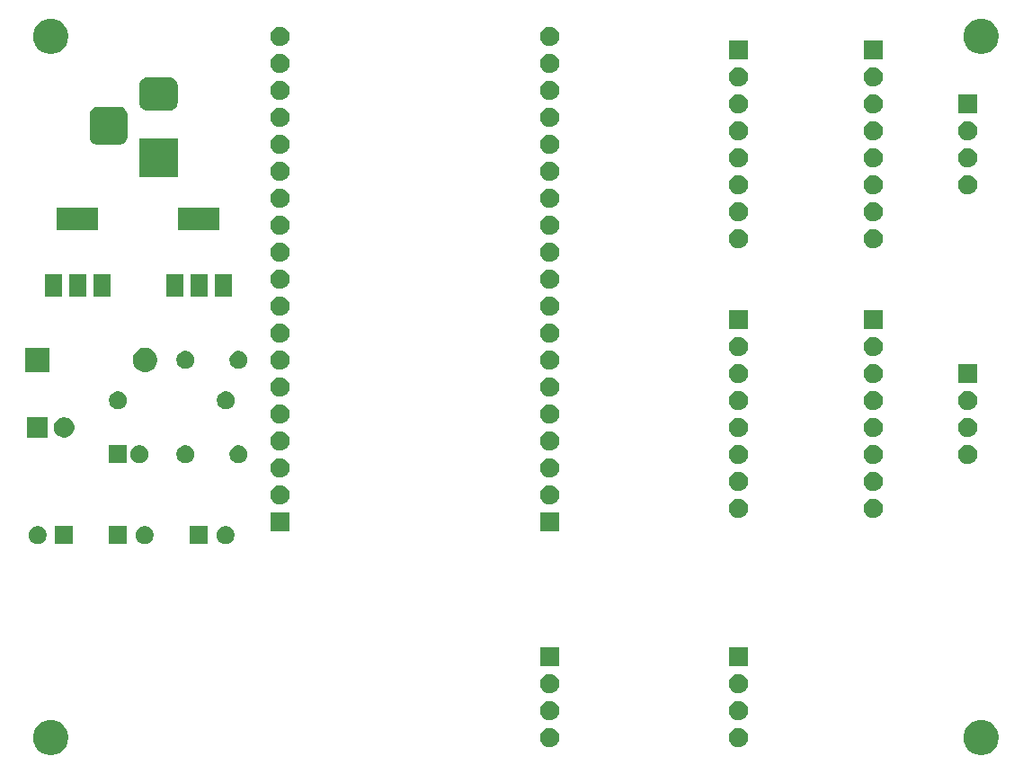
<source format=gbr>
G04 #@! TF.GenerationSoftware,KiCad,Pcbnew,5.1.6-c6e7f7d~86~ubuntu18.04.1*
G04 #@! TF.CreationDate,2020-06-15T20:43:44+01:00*
G04 #@! TF.ProjectId,placa_modular,706c6163-615f-46d6-9f64-756c61722e6b,V1.0*
G04 #@! TF.SameCoordinates,Original*
G04 #@! TF.FileFunction,Soldermask,Top*
G04 #@! TF.FilePolarity,Negative*
%FSLAX46Y46*%
G04 Gerber Fmt 4.6, Leading zero omitted, Abs format (unit mm)*
G04 Created by KiCad (PCBNEW 5.1.6-c6e7f7d~86~ubuntu18.04.1) date 2020-06-15 20:43:44*
%MOMM*%
%LPD*%
G01*
G04 APERTURE LIST*
%ADD10C,0.100000*%
G04 APERTURE END LIST*
D10*
G36*
X199765256Y-116501298D02*
G01*
X199871579Y-116522447D01*
X200172042Y-116646903D01*
X200442451Y-116827585D01*
X200672415Y-117057549D01*
X200853097Y-117327958D01*
X200939125Y-117535647D01*
X200977553Y-117628422D01*
X201041000Y-117947389D01*
X201041000Y-118272611D01*
X200998702Y-118485256D01*
X200977553Y-118591579D01*
X200853097Y-118892042D01*
X200672415Y-119162451D01*
X200442451Y-119392415D01*
X200172042Y-119573097D01*
X199871579Y-119697553D01*
X199765256Y-119718702D01*
X199552611Y-119761000D01*
X199227389Y-119761000D01*
X199014744Y-119718702D01*
X198908421Y-119697553D01*
X198607958Y-119573097D01*
X198337549Y-119392415D01*
X198107585Y-119162451D01*
X197926903Y-118892042D01*
X197802447Y-118591579D01*
X197781298Y-118485256D01*
X197739000Y-118272611D01*
X197739000Y-117947389D01*
X197802447Y-117628422D01*
X197840876Y-117535647D01*
X197926903Y-117327958D01*
X198107585Y-117057549D01*
X198337549Y-116827585D01*
X198607958Y-116646903D01*
X198908421Y-116522447D01*
X199014744Y-116501298D01*
X199227389Y-116459000D01*
X199552611Y-116459000D01*
X199765256Y-116501298D01*
G37*
G36*
X112135256Y-116501298D02*
G01*
X112241579Y-116522447D01*
X112542042Y-116646903D01*
X112812451Y-116827585D01*
X113042415Y-117057549D01*
X113223097Y-117327958D01*
X113309125Y-117535647D01*
X113347553Y-117628422D01*
X113411000Y-117947389D01*
X113411000Y-118272611D01*
X113368702Y-118485256D01*
X113347553Y-118591579D01*
X113223097Y-118892042D01*
X113042415Y-119162451D01*
X112812451Y-119392415D01*
X112542042Y-119573097D01*
X112241579Y-119697553D01*
X112135256Y-119718702D01*
X111922611Y-119761000D01*
X111597389Y-119761000D01*
X111384744Y-119718702D01*
X111278421Y-119697553D01*
X110977958Y-119573097D01*
X110707549Y-119392415D01*
X110477585Y-119162451D01*
X110296903Y-118892042D01*
X110172447Y-118591579D01*
X110151298Y-118485256D01*
X110109000Y-118272611D01*
X110109000Y-117947389D01*
X110172447Y-117628422D01*
X110210876Y-117535647D01*
X110296903Y-117327958D01*
X110477585Y-117057549D01*
X110707549Y-116827585D01*
X110977958Y-116646903D01*
X111278421Y-116522447D01*
X111384744Y-116501298D01*
X111597389Y-116459000D01*
X111922611Y-116459000D01*
X112135256Y-116501298D01*
G37*
G36*
X158863512Y-117213927D02*
G01*
X159012812Y-117243624D01*
X159176784Y-117311544D01*
X159324354Y-117410147D01*
X159449853Y-117535646D01*
X159548456Y-117683216D01*
X159616376Y-117847188D01*
X159651000Y-118021259D01*
X159651000Y-118198741D01*
X159616376Y-118372812D01*
X159548456Y-118536784D01*
X159449853Y-118684354D01*
X159324354Y-118809853D01*
X159176784Y-118908456D01*
X159012812Y-118976376D01*
X158863512Y-119006073D01*
X158838742Y-119011000D01*
X158661258Y-119011000D01*
X158636488Y-119006073D01*
X158487188Y-118976376D01*
X158323216Y-118908456D01*
X158175646Y-118809853D01*
X158050147Y-118684354D01*
X157951544Y-118536784D01*
X157883624Y-118372812D01*
X157849000Y-118198741D01*
X157849000Y-118021259D01*
X157883624Y-117847188D01*
X157951544Y-117683216D01*
X158050147Y-117535646D01*
X158175646Y-117410147D01*
X158323216Y-117311544D01*
X158487188Y-117243624D01*
X158636488Y-117213927D01*
X158661258Y-117209000D01*
X158838742Y-117209000D01*
X158863512Y-117213927D01*
G37*
G36*
X176643512Y-117213927D02*
G01*
X176792812Y-117243624D01*
X176956784Y-117311544D01*
X177104354Y-117410147D01*
X177229853Y-117535646D01*
X177328456Y-117683216D01*
X177396376Y-117847188D01*
X177431000Y-118021259D01*
X177431000Y-118198741D01*
X177396376Y-118372812D01*
X177328456Y-118536784D01*
X177229853Y-118684354D01*
X177104354Y-118809853D01*
X176956784Y-118908456D01*
X176792812Y-118976376D01*
X176643512Y-119006073D01*
X176618742Y-119011000D01*
X176441258Y-119011000D01*
X176416488Y-119006073D01*
X176267188Y-118976376D01*
X176103216Y-118908456D01*
X175955646Y-118809853D01*
X175830147Y-118684354D01*
X175731544Y-118536784D01*
X175663624Y-118372812D01*
X175629000Y-118198741D01*
X175629000Y-118021259D01*
X175663624Y-117847188D01*
X175731544Y-117683216D01*
X175830147Y-117535646D01*
X175955646Y-117410147D01*
X176103216Y-117311544D01*
X176267188Y-117243624D01*
X176416488Y-117213927D01*
X176441258Y-117209000D01*
X176618742Y-117209000D01*
X176643512Y-117213927D01*
G37*
G36*
X176643512Y-114673927D02*
G01*
X176792812Y-114703624D01*
X176956784Y-114771544D01*
X177104354Y-114870147D01*
X177229853Y-114995646D01*
X177328456Y-115143216D01*
X177396376Y-115307188D01*
X177431000Y-115481259D01*
X177431000Y-115658741D01*
X177396376Y-115832812D01*
X177328456Y-115996784D01*
X177229853Y-116144354D01*
X177104354Y-116269853D01*
X176956784Y-116368456D01*
X176792812Y-116436376D01*
X176643512Y-116466073D01*
X176618742Y-116471000D01*
X176441258Y-116471000D01*
X176416488Y-116466073D01*
X176267188Y-116436376D01*
X176103216Y-116368456D01*
X175955646Y-116269853D01*
X175830147Y-116144354D01*
X175731544Y-115996784D01*
X175663624Y-115832812D01*
X175629000Y-115658741D01*
X175629000Y-115481259D01*
X175663624Y-115307188D01*
X175731544Y-115143216D01*
X175830147Y-114995646D01*
X175955646Y-114870147D01*
X176103216Y-114771544D01*
X176267188Y-114703624D01*
X176416488Y-114673927D01*
X176441258Y-114669000D01*
X176618742Y-114669000D01*
X176643512Y-114673927D01*
G37*
G36*
X158863512Y-114673927D02*
G01*
X159012812Y-114703624D01*
X159176784Y-114771544D01*
X159324354Y-114870147D01*
X159449853Y-114995646D01*
X159548456Y-115143216D01*
X159616376Y-115307188D01*
X159651000Y-115481259D01*
X159651000Y-115658741D01*
X159616376Y-115832812D01*
X159548456Y-115996784D01*
X159449853Y-116144354D01*
X159324354Y-116269853D01*
X159176784Y-116368456D01*
X159012812Y-116436376D01*
X158863512Y-116466073D01*
X158838742Y-116471000D01*
X158661258Y-116471000D01*
X158636488Y-116466073D01*
X158487188Y-116436376D01*
X158323216Y-116368456D01*
X158175646Y-116269853D01*
X158050147Y-116144354D01*
X157951544Y-115996784D01*
X157883624Y-115832812D01*
X157849000Y-115658741D01*
X157849000Y-115481259D01*
X157883624Y-115307188D01*
X157951544Y-115143216D01*
X158050147Y-114995646D01*
X158175646Y-114870147D01*
X158323216Y-114771544D01*
X158487188Y-114703624D01*
X158636488Y-114673927D01*
X158661258Y-114669000D01*
X158838742Y-114669000D01*
X158863512Y-114673927D01*
G37*
G36*
X158863512Y-112133927D02*
G01*
X159012812Y-112163624D01*
X159176784Y-112231544D01*
X159324354Y-112330147D01*
X159449853Y-112455646D01*
X159548456Y-112603216D01*
X159616376Y-112767188D01*
X159651000Y-112941259D01*
X159651000Y-113118741D01*
X159616376Y-113292812D01*
X159548456Y-113456784D01*
X159449853Y-113604354D01*
X159324354Y-113729853D01*
X159176784Y-113828456D01*
X159012812Y-113896376D01*
X158863512Y-113926073D01*
X158838742Y-113931000D01*
X158661258Y-113931000D01*
X158636488Y-113926073D01*
X158487188Y-113896376D01*
X158323216Y-113828456D01*
X158175646Y-113729853D01*
X158050147Y-113604354D01*
X157951544Y-113456784D01*
X157883624Y-113292812D01*
X157849000Y-113118741D01*
X157849000Y-112941259D01*
X157883624Y-112767188D01*
X157951544Y-112603216D01*
X158050147Y-112455646D01*
X158175646Y-112330147D01*
X158323216Y-112231544D01*
X158487188Y-112163624D01*
X158636488Y-112133927D01*
X158661258Y-112129000D01*
X158838742Y-112129000D01*
X158863512Y-112133927D01*
G37*
G36*
X176643512Y-112133927D02*
G01*
X176792812Y-112163624D01*
X176956784Y-112231544D01*
X177104354Y-112330147D01*
X177229853Y-112455646D01*
X177328456Y-112603216D01*
X177396376Y-112767188D01*
X177431000Y-112941259D01*
X177431000Y-113118741D01*
X177396376Y-113292812D01*
X177328456Y-113456784D01*
X177229853Y-113604354D01*
X177104354Y-113729853D01*
X176956784Y-113828456D01*
X176792812Y-113896376D01*
X176643512Y-113926073D01*
X176618742Y-113931000D01*
X176441258Y-113931000D01*
X176416488Y-113926073D01*
X176267188Y-113896376D01*
X176103216Y-113828456D01*
X175955646Y-113729853D01*
X175830147Y-113604354D01*
X175731544Y-113456784D01*
X175663624Y-113292812D01*
X175629000Y-113118741D01*
X175629000Y-112941259D01*
X175663624Y-112767188D01*
X175731544Y-112603216D01*
X175830147Y-112455646D01*
X175955646Y-112330147D01*
X176103216Y-112231544D01*
X176267188Y-112163624D01*
X176416488Y-112133927D01*
X176441258Y-112129000D01*
X176618742Y-112129000D01*
X176643512Y-112133927D01*
G37*
G36*
X159651000Y-111391000D02*
G01*
X157849000Y-111391000D01*
X157849000Y-109589000D01*
X159651000Y-109589000D01*
X159651000Y-111391000D01*
G37*
G36*
X177431000Y-111391000D02*
G01*
X175629000Y-111391000D01*
X175629000Y-109589000D01*
X177431000Y-109589000D01*
X177431000Y-111391000D01*
G37*
G36*
X113881000Y-99911000D02*
G01*
X112179000Y-99911000D01*
X112179000Y-98209000D01*
X113881000Y-98209000D01*
X113881000Y-99911000D01*
G37*
G36*
X120858228Y-98241703D02*
G01*
X121013100Y-98305853D01*
X121152481Y-98398985D01*
X121271015Y-98517519D01*
X121364147Y-98656900D01*
X121428297Y-98811772D01*
X121461000Y-98976184D01*
X121461000Y-99143816D01*
X121428297Y-99308228D01*
X121364147Y-99463100D01*
X121271015Y-99602481D01*
X121152481Y-99721015D01*
X121013100Y-99814147D01*
X120858228Y-99878297D01*
X120693816Y-99911000D01*
X120526184Y-99911000D01*
X120361772Y-99878297D01*
X120206900Y-99814147D01*
X120067519Y-99721015D01*
X119948985Y-99602481D01*
X119855853Y-99463100D01*
X119791703Y-99308228D01*
X119759000Y-99143816D01*
X119759000Y-98976184D01*
X119791703Y-98811772D01*
X119855853Y-98656900D01*
X119948985Y-98517519D01*
X120067519Y-98398985D01*
X120206900Y-98305853D01*
X120361772Y-98241703D01*
X120526184Y-98209000D01*
X120693816Y-98209000D01*
X120858228Y-98241703D01*
G37*
G36*
X118961000Y-99911000D02*
G01*
X117259000Y-99911000D01*
X117259000Y-98209000D01*
X118961000Y-98209000D01*
X118961000Y-99911000D01*
G37*
G36*
X126581000Y-99911000D02*
G01*
X124879000Y-99911000D01*
X124879000Y-98209000D01*
X126581000Y-98209000D01*
X126581000Y-99911000D01*
G37*
G36*
X128478228Y-98241703D02*
G01*
X128633100Y-98305853D01*
X128772481Y-98398985D01*
X128891015Y-98517519D01*
X128984147Y-98656900D01*
X129048297Y-98811772D01*
X129081000Y-98976184D01*
X129081000Y-99143816D01*
X129048297Y-99308228D01*
X128984147Y-99463100D01*
X128891015Y-99602481D01*
X128772481Y-99721015D01*
X128633100Y-99814147D01*
X128478228Y-99878297D01*
X128313816Y-99911000D01*
X128146184Y-99911000D01*
X127981772Y-99878297D01*
X127826900Y-99814147D01*
X127687519Y-99721015D01*
X127568985Y-99602481D01*
X127475853Y-99463100D01*
X127411703Y-99308228D01*
X127379000Y-99143816D01*
X127379000Y-98976184D01*
X127411703Y-98811772D01*
X127475853Y-98656900D01*
X127568985Y-98517519D01*
X127687519Y-98398985D01*
X127826900Y-98305853D01*
X127981772Y-98241703D01*
X128146184Y-98209000D01*
X128313816Y-98209000D01*
X128478228Y-98241703D01*
G37*
G36*
X110778228Y-98241703D02*
G01*
X110933100Y-98305853D01*
X111072481Y-98398985D01*
X111191015Y-98517519D01*
X111284147Y-98656900D01*
X111348297Y-98811772D01*
X111381000Y-98976184D01*
X111381000Y-99143816D01*
X111348297Y-99308228D01*
X111284147Y-99463100D01*
X111191015Y-99602481D01*
X111072481Y-99721015D01*
X110933100Y-99814147D01*
X110778228Y-99878297D01*
X110613816Y-99911000D01*
X110446184Y-99911000D01*
X110281772Y-99878297D01*
X110126900Y-99814147D01*
X109987519Y-99721015D01*
X109868985Y-99602481D01*
X109775853Y-99463100D01*
X109711703Y-99308228D01*
X109679000Y-99143816D01*
X109679000Y-98976184D01*
X109711703Y-98811772D01*
X109775853Y-98656900D01*
X109868985Y-98517519D01*
X109987519Y-98398985D01*
X110126900Y-98305853D01*
X110281772Y-98241703D01*
X110446184Y-98209000D01*
X110613816Y-98209000D01*
X110778228Y-98241703D01*
G37*
G36*
X159651000Y-98691000D02*
G01*
X157849000Y-98691000D01*
X157849000Y-96889000D01*
X159651000Y-96889000D01*
X159651000Y-98691000D01*
G37*
G36*
X134251000Y-98691000D02*
G01*
X132449000Y-98691000D01*
X132449000Y-96889000D01*
X134251000Y-96889000D01*
X134251000Y-98691000D01*
G37*
G36*
X176643512Y-95623927D02*
G01*
X176792812Y-95653624D01*
X176956784Y-95721544D01*
X177104354Y-95820147D01*
X177229853Y-95945646D01*
X177328456Y-96093216D01*
X177396376Y-96257188D01*
X177431000Y-96431259D01*
X177431000Y-96608741D01*
X177396376Y-96782812D01*
X177328456Y-96946784D01*
X177229853Y-97094354D01*
X177104354Y-97219853D01*
X176956784Y-97318456D01*
X176792812Y-97386376D01*
X176643512Y-97416073D01*
X176618742Y-97421000D01*
X176441258Y-97421000D01*
X176416488Y-97416073D01*
X176267188Y-97386376D01*
X176103216Y-97318456D01*
X175955646Y-97219853D01*
X175830147Y-97094354D01*
X175731544Y-96946784D01*
X175663624Y-96782812D01*
X175629000Y-96608741D01*
X175629000Y-96431259D01*
X175663624Y-96257188D01*
X175731544Y-96093216D01*
X175830147Y-95945646D01*
X175955646Y-95820147D01*
X176103216Y-95721544D01*
X176267188Y-95653624D01*
X176416488Y-95623927D01*
X176441258Y-95619000D01*
X176618742Y-95619000D01*
X176643512Y-95623927D01*
G37*
G36*
X189343512Y-95623927D02*
G01*
X189492812Y-95653624D01*
X189656784Y-95721544D01*
X189804354Y-95820147D01*
X189929853Y-95945646D01*
X190028456Y-96093216D01*
X190096376Y-96257188D01*
X190131000Y-96431259D01*
X190131000Y-96608741D01*
X190096376Y-96782812D01*
X190028456Y-96946784D01*
X189929853Y-97094354D01*
X189804354Y-97219853D01*
X189656784Y-97318456D01*
X189492812Y-97386376D01*
X189343512Y-97416073D01*
X189318742Y-97421000D01*
X189141258Y-97421000D01*
X189116488Y-97416073D01*
X188967188Y-97386376D01*
X188803216Y-97318456D01*
X188655646Y-97219853D01*
X188530147Y-97094354D01*
X188431544Y-96946784D01*
X188363624Y-96782812D01*
X188329000Y-96608741D01*
X188329000Y-96431259D01*
X188363624Y-96257188D01*
X188431544Y-96093216D01*
X188530147Y-95945646D01*
X188655646Y-95820147D01*
X188803216Y-95721544D01*
X188967188Y-95653624D01*
X189116488Y-95623927D01*
X189141258Y-95619000D01*
X189318742Y-95619000D01*
X189343512Y-95623927D01*
G37*
G36*
X133463512Y-94353927D02*
G01*
X133612812Y-94383624D01*
X133776784Y-94451544D01*
X133924354Y-94550147D01*
X134049853Y-94675646D01*
X134148456Y-94823216D01*
X134216376Y-94987188D01*
X134251000Y-95161259D01*
X134251000Y-95338741D01*
X134216376Y-95512812D01*
X134148456Y-95676784D01*
X134049853Y-95824354D01*
X133924354Y-95949853D01*
X133776784Y-96048456D01*
X133612812Y-96116376D01*
X133463512Y-96146073D01*
X133438742Y-96151000D01*
X133261258Y-96151000D01*
X133236488Y-96146073D01*
X133087188Y-96116376D01*
X132923216Y-96048456D01*
X132775646Y-95949853D01*
X132650147Y-95824354D01*
X132551544Y-95676784D01*
X132483624Y-95512812D01*
X132449000Y-95338741D01*
X132449000Y-95161259D01*
X132483624Y-94987188D01*
X132551544Y-94823216D01*
X132650147Y-94675646D01*
X132775646Y-94550147D01*
X132923216Y-94451544D01*
X133087188Y-94383624D01*
X133236488Y-94353927D01*
X133261258Y-94349000D01*
X133438742Y-94349000D01*
X133463512Y-94353927D01*
G37*
G36*
X158863512Y-94353927D02*
G01*
X159012812Y-94383624D01*
X159176784Y-94451544D01*
X159324354Y-94550147D01*
X159449853Y-94675646D01*
X159548456Y-94823216D01*
X159616376Y-94987188D01*
X159651000Y-95161259D01*
X159651000Y-95338741D01*
X159616376Y-95512812D01*
X159548456Y-95676784D01*
X159449853Y-95824354D01*
X159324354Y-95949853D01*
X159176784Y-96048456D01*
X159012812Y-96116376D01*
X158863512Y-96146073D01*
X158838742Y-96151000D01*
X158661258Y-96151000D01*
X158636488Y-96146073D01*
X158487188Y-96116376D01*
X158323216Y-96048456D01*
X158175646Y-95949853D01*
X158050147Y-95824354D01*
X157951544Y-95676784D01*
X157883624Y-95512812D01*
X157849000Y-95338741D01*
X157849000Y-95161259D01*
X157883624Y-94987188D01*
X157951544Y-94823216D01*
X158050147Y-94675646D01*
X158175646Y-94550147D01*
X158323216Y-94451544D01*
X158487188Y-94383624D01*
X158636488Y-94353927D01*
X158661258Y-94349000D01*
X158838742Y-94349000D01*
X158863512Y-94353927D01*
G37*
G36*
X176643512Y-93083927D02*
G01*
X176792812Y-93113624D01*
X176956784Y-93181544D01*
X177104354Y-93280147D01*
X177229853Y-93405646D01*
X177328456Y-93553216D01*
X177396376Y-93717188D01*
X177431000Y-93891259D01*
X177431000Y-94068741D01*
X177396376Y-94242812D01*
X177328456Y-94406784D01*
X177229853Y-94554354D01*
X177104354Y-94679853D01*
X176956784Y-94778456D01*
X176792812Y-94846376D01*
X176643512Y-94876073D01*
X176618742Y-94881000D01*
X176441258Y-94881000D01*
X176416488Y-94876073D01*
X176267188Y-94846376D01*
X176103216Y-94778456D01*
X175955646Y-94679853D01*
X175830147Y-94554354D01*
X175731544Y-94406784D01*
X175663624Y-94242812D01*
X175629000Y-94068741D01*
X175629000Y-93891259D01*
X175663624Y-93717188D01*
X175731544Y-93553216D01*
X175830147Y-93405646D01*
X175955646Y-93280147D01*
X176103216Y-93181544D01*
X176267188Y-93113624D01*
X176416488Y-93083927D01*
X176441258Y-93079000D01*
X176618742Y-93079000D01*
X176643512Y-93083927D01*
G37*
G36*
X189343512Y-93083927D02*
G01*
X189492812Y-93113624D01*
X189656784Y-93181544D01*
X189804354Y-93280147D01*
X189929853Y-93405646D01*
X190028456Y-93553216D01*
X190096376Y-93717188D01*
X190131000Y-93891259D01*
X190131000Y-94068741D01*
X190096376Y-94242812D01*
X190028456Y-94406784D01*
X189929853Y-94554354D01*
X189804354Y-94679853D01*
X189656784Y-94778456D01*
X189492812Y-94846376D01*
X189343512Y-94876073D01*
X189318742Y-94881000D01*
X189141258Y-94881000D01*
X189116488Y-94876073D01*
X188967188Y-94846376D01*
X188803216Y-94778456D01*
X188655646Y-94679853D01*
X188530147Y-94554354D01*
X188431544Y-94406784D01*
X188363624Y-94242812D01*
X188329000Y-94068741D01*
X188329000Y-93891259D01*
X188363624Y-93717188D01*
X188431544Y-93553216D01*
X188530147Y-93405646D01*
X188655646Y-93280147D01*
X188803216Y-93181544D01*
X188967188Y-93113624D01*
X189116488Y-93083927D01*
X189141258Y-93079000D01*
X189318742Y-93079000D01*
X189343512Y-93083927D01*
G37*
G36*
X133463512Y-91813927D02*
G01*
X133612812Y-91843624D01*
X133776784Y-91911544D01*
X133924354Y-92010147D01*
X134049853Y-92135646D01*
X134148456Y-92283216D01*
X134216376Y-92447188D01*
X134251000Y-92621259D01*
X134251000Y-92798741D01*
X134216376Y-92972812D01*
X134148456Y-93136784D01*
X134049853Y-93284354D01*
X133924354Y-93409853D01*
X133776784Y-93508456D01*
X133612812Y-93576376D01*
X133463512Y-93606073D01*
X133438742Y-93611000D01*
X133261258Y-93611000D01*
X133236488Y-93606073D01*
X133087188Y-93576376D01*
X132923216Y-93508456D01*
X132775646Y-93409853D01*
X132650147Y-93284354D01*
X132551544Y-93136784D01*
X132483624Y-92972812D01*
X132449000Y-92798741D01*
X132449000Y-92621259D01*
X132483624Y-92447188D01*
X132551544Y-92283216D01*
X132650147Y-92135646D01*
X132775646Y-92010147D01*
X132923216Y-91911544D01*
X133087188Y-91843624D01*
X133236488Y-91813927D01*
X133261258Y-91809000D01*
X133438742Y-91809000D01*
X133463512Y-91813927D01*
G37*
G36*
X158863512Y-91813927D02*
G01*
X159012812Y-91843624D01*
X159176784Y-91911544D01*
X159324354Y-92010147D01*
X159449853Y-92135646D01*
X159548456Y-92283216D01*
X159616376Y-92447188D01*
X159651000Y-92621259D01*
X159651000Y-92798741D01*
X159616376Y-92972812D01*
X159548456Y-93136784D01*
X159449853Y-93284354D01*
X159324354Y-93409853D01*
X159176784Y-93508456D01*
X159012812Y-93576376D01*
X158863512Y-93606073D01*
X158838742Y-93611000D01*
X158661258Y-93611000D01*
X158636488Y-93606073D01*
X158487188Y-93576376D01*
X158323216Y-93508456D01*
X158175646Y-93409853D01*
X158050147Y-93284354D01*
X157951544Y-93136784D01*
X157883624Y-92972812D01*
X157849000Y-92798741D01*
X157849000Y-92621259D01*
X157883624Y-92447188D01*
X157951544Y-92283216D01*
X158050147Y-92135646D01*
X158175646Y-92010147D01*
X158323216Y-91911544D01*
X158487188Y-91843624D01*
X158636488Y-91813927D01*
X158661258Y-91809000D01*
X158838742Y-91809000D01*
X158863512Y-91813927D01*
G37*
G36*
X189343512Y-90543927D02*
G01*
X189492812Y-90573624D01*
X189656784Y-90641544D01*
X189804354Y-90740147D01*
X189929853Y-90865646D01*
X190028456Y-91013216D01*
X190096376Y-91177188D01*
X190131000Y-91351259D01*
X190131000Y-91528741D01*
X190096376Y-91702812D01*
X190028456Y-91866784D01*
X189929853Y-92014354D01*
X189804354Y-92139853D01*
X189656784Y-92238456D01*
X189492812Y-92306376D01*
X189343512Y-92336073D01*
X189318742Y-92341000D01*
X189141258Y-92341000D01*
X189116488Y-92336073D01*
X188967188Y-92306376D01*
X188803216Y-92238456D01*
X188655646Y-92139853D01*
X188530147Y-92014354D01*
X188431544Y-91866784D01*
X188363624Y-91702812D01*
X188329000Y-91528741D01*
X188329000Y-91351259D01*
X188363624Y-91177188D01*
X188431544Y-91013216D01*
X188530147Y-90865646D01*
X188655646Y-90740147D01*
X188803216Y-90641544D01*
X188967188Y-90573624D01*
X189116488Y-90543927D01*
X189141258Y-90539000D01*
X189318742Y-90539000D01*
X189343512Y-90543927D01*
G37*
G36*
X198233512Y-90543927D02*
G01*
X198382812Y-90573624D01*
X198546784Y-90641544D01*
X198694354Y-90740147D01*
X198819853Y-90865646D01*
X198918456Y-91013216D01*
X198986376Y-91177188D01*
X199021000Y-91351259D01*
X199021000Y-91528741D01*
X198986376Y-91702812D01*
X198918456Y-91866784D01*
X198819853Y-92014354D01*
X198694354Y-92139853D01*
X198546784Y-92238456D01*
X198382812Y-92306376D01*
X198233512Y-92336073D01*
X198208742Y-92341000D01*
X198031258Y-92341000D01*
X198006488Y-92336073D01*
X197857188Y-92306376D01*
X197693216Y-92238456D01*
X197545646Y-92139853D01*
X197420147Y-92014354D01*
X197321544Y-91866784D01*
X197253624Y-91702812D01*
X197219000Y-91528741D01*
X197219000Y-91351259D01*
X197253624Y-91177188D01*
X197321544Y-91013216D01*
X197420147Y-90865646D01*
X197545646Y-90740147D01*
X197693216Y-90641544D01*
X197857188Y-90573624D01*
X198006488Y-90543927D01*
X198031258Y-90539000D01*
X198208742Y-90539000D01*
X198233512Y-90543927D01*
G37*
G36*
X176643512Y-90543927D02*
G01*
X176792812Y-90573624D01*
X176956784Y-90641544D01*
X177104354Y-90740147D01*
X177229853Y-90865646D01*
X177328456Y-91013216D01*
X177396376Y-91177188D01*
X177431000Y-91351259D01*
X177431000Y-91528741D01*
X177396376Y-91702812D01*
X177328456Y-91866784D01*
X177229853Y-92014354D01*
X177104354Y-92139853D01*
X176956784Y-92238456D01*
X176792812Y-92306376D01*
X176643512Y-92336073D01*
X176618742Y-92341000D01*
X176441258Y-92341000D01*
X176416488Y-92336073D01*
X176267188Y-92306376D01*
X176103216Y-92238456D01*
X175955646Y-92139853D01*
X175830147Y-92014354D01*
X175731544Y-91866784D01*
X175663624Y-91702812D01*
X175629000Y-91528741D01*
X175629000Y-91351259D01*
X175663624Y-91177188D01*
X175731544Y-91013216D01*
X175830147Y-90865646D01*
X175955646Y-90740147D01*
X176103216Y-90641544D01*
X176267188Y-90573624D01*
X176416488Y-90543927D01*
X176441258Y-90539000D01*
X176618742Y-90539000D01*
X176643512Y-90543927D01*
G37*
G36*
X124708228Y-90621703D02*
G01*
X124863100Y-90685853D01*
X125002481Y-90778985D01*
X125121015Y-90897519D01*
X125214147Y-91036900D01*
X125278297Y-91191772D01*
X125311000Y-91356184D01*
X125311000Y-91523816D01*
X125278297Y-91688228D01*
X125214147Y-91843100D01*
X125121015Y-91982481D01*
X125002481Y-92101015D01*
X124863100Y-92194147D01*
X124708228Y-92258297D01*
X124543816Y-92291000D01*
X124376184Y-92291000D01*
X124211772Y-92258297D01*
X124056900Y-92194147D01*
X123917519Y-92101015D01*
X123798985Y-91982481D01*
X123705853Y-91843100D01*
X123641703Y-91688228D01*
X123609000Y-91523816D01*
X123609000Y-91356184D01*
X123641703Y-91191772D01*
X123705853Y-91036900D01*
X123798985Y-90897519D01*
X123917519Y-90778985D01*
X124056900Y-90685853D01*
X124211772Y-90621703D01*
X124376184Y-90589000D01*
X124543816Y-90589000D01*
X124708228Y-90621703D01*
G37*
G36*
X120358228Y-90621703D02*
G01*
X120513100Y-90685853D01*
X120652481Y-90778985D01*
X120771015Y-90897519D01*
X120864147Y-91036900D01*
X120928297Y-91191772D01*
X120961000Y-91356184D01*
X120961000Y-91523816D01*
X120928297Y-91688228D01*
X120864147Y-91843100D01*
X120771015Y-91982481D01*
X120652481Y-92101015D01*
X120513100Y-92194147D01*
X120358228Y-92258297D01*
X120193816Y-92291000D01*
X120026184Y-92291000D01*
X119861772Y-92258297D01*
X119706900Y-92194147D01*
X119567519Y-92101015D01*
X119448985Y-91982481D01*
X119355853Y-91843100D01*
X119291703Y-91688228D01*
X119259000Y-91523816D01*
X119259000Y-91356184D01*
X119291703Y-91191772D01*
X119355853Y-91036900D01*
X119448985Y-90897519D01*
X119567519Y-90778985D01*
X119706900Y-90685853D01*
X119861772Y-90621703D01*
X120026184Y-90589000D01*
X120193816Y-90589000D01*
X120358228Y-90621703D01*
G37*
G36*
X118961000Y-92291000D02*
G01*
X117259000Y-92291000D01*
X117259000Y-90589000D01*
X118961000Y-90589000D01*
X118961000Y-92291000D01*
G37*
G36*
X129708228Y-90621703D02*
G01*
X129863100Y-90685853D01*
X130002481Y-90778985D01*
X130121015Y-90897519D01*
X130214147Y-91036900D01*
X130278297Y-91191772D01*
X130311000Y-91356184D01*
X130311000Y-91523816D01*
X130278297Y-91688228D01*
X130214147Y-91843100D01*
X130121015Y-91982481D01*
X130002481Y-92101015D01*
X129863100Y-92194147D01*
X129708228Y-92258297D01*
X129543816Y-92291000D01*
X129376184Y-92291000D01*
X129211772Y-92258297D01*
X129056900Y-92194147D01*
X128917519Y-92101015D01*
X128798985Y-91982481D01*
X128705853Y-91843100D01*
X128641703Y-91688228D01*
X128609000Y-91523816D01*
X128609000Y-91356184D01*
X128641703Y-91191772D01*
X128705853Y-91036900D01*
X128798985Y-90897519D01*
X128917519Y-90778985D01*
X129056900Y-90685853D01*
X129211772Y-90621703D01*
X129376184Y-90589000D01*
X129543816Y-90589000D01*
X129708228Y-90621703D01*
G37*
G36*
X158863512Y-89273927D02*
G01*
X159012812Y-89303624D01*
X159176784Y-89371544D01*
X159324354Y-89470147D01*
X159449853Y-89595646D01*
X159548456Y-89743216D01*
X159616376Y-89907188D01*
X159651000Y-90081259D01*
X159651000Y-90258741D01*
X159616376Y-90432812D01*
X159548456Y-90596784D01*
X159449853Y-90744354D01*
X159324354Y-90869853D01*
X159176784Y-90968456D01*
X159012812Y-91036376D01*
X158863512Y-91066073D01*
X158838742Y-91071000D01*
X158661258Y-91071000D01*
X158636488Y-91066073D01*
X158487188Y-91036376D01*
X158323216Y-90968456D01*
X158175646Y-90869853D01*
X158050147Y-90744354D01*
X157951544Y-90596784D01*
X157883624Y-90432812D01*
X157849000Y-90258741D01*
X157849000Y-90081259D01*
X157883624Y-89907188D01*
X157951544Y-89743216D01*
X158050147Y-89595646D01*
X158175646Y-89470147D01*
X158323216Y-89371544D01*
X158487188Y-89303624D01*
X158636488Y-89273927D01*
X158661258Y-89269000D01*
X158838742Y-89269000D01*
X158863512Y-89273927D01*
G37*
G36*
X133463512Y-89273927D02*
G01*
X133612812Y-89303624D01*
X133776784Y-89371544D01*
X133924354Y-89470147D01*
X134049853Y-89595646D01*
X134148456Y-89743216D01*
X134216376Y-89907188D01*
X134251000Y-90081259D01*
X134251000Y-90258741D01*
X134216376Y-90432812D01*
X134148456Y-90596784D01*
X134049853Y-90744354D01*
X133924354Y-90869853D01*
X133776784Y-90968456D01*
X133612812Y-91036376D01*
X133463512Y-91066073D01*
X133438742Y-91071000D01*
X133261258Y-91071000D01*
X133236488Y-91066073D01*
X133087188Y-91036376D01*
X132923216Y-90968456D01*
X132775646Y-90869853D01*
X132650147Y-90744354D01*
X132551544Y-90596784D01*
X132483624Y-90432812D01*
X132449000Y-90258741D01*
X132449000Y-90081259D01*
X132483624Y-89907188D01*
X132551544Y-89743216D01*
X132650147Y-89595646D01*
X132775646Y-89470147D01*
X132923216Y-89371544D01*
X133087188Y-89303624D01*
X133236488Y-89273927D01*
X133261258Y-89269000D01*
X133438742Y-89269000D01*
X133463512Y-89273927D01*
G37*
G36*
X111441000Y-89851000D02*
G01*
X109539000Y-89851000D01*
X109539000Y-87949000D01*
X111441000Y-87949000D01*
X111441000Y-89851000D01*
G37*
G36*
X113307395Y-87985546D02*
G01*
X113480466Y-88057234D01*
X113480467Y-88057235D01*
X113636227Y-88161310D01*
X113768690Y-88293773D01*
X113768691Y-88293775D01*
X113872766Y-88449534D01*
X113944454Y-88622605D01*
X113981000Y-88806333D01*
X113981000Y-88993667D01*
X113944454Y-89177395D01*
X113872766Y-89350466D01*
X113872765Y-89350467D01*
X113768690Y-89506227D01*
X113636227Y-89638690D01*
X113557818Y-89691081D01*
X113480466Y-89742766D01*
X113307395Y-89814454D01*
X113123667Y-89851000D01*
X112936333Y-89851000D01*
X112752605Y-89814454D01*
X112579534Y-89742766D01*
X112502182Y-89691081D01*
X112423773Y-89638690D01*
X112291310Y-89506227D01*
X112187235Y-89350467D01*
X112187234Y-89350466D01*
X112115546Y-89177395D01*
X112079000Y-88993667D01*
X112079000Y-88806333D01*
X112115546Y-88622605D01*
X112187234Y-88449534D01*
X112291309Y-88293775D01*
X112291310Y-88293773D01*
X112423773Y-88161310D01*
X112579533Y-88057235D01*
X112579534Y-88057234D01*
X112752605Y-87985546D01*
X112936333Y-87949000D01*
X113123667Y-87949000D01*
X113307395Y-87985546D01*
G37*
G36*
X198233512Y-88003927D02*
G01*
X198382812Y-88033624D01*
X198546784Y-88101544D01*
X198694354Y-88200147D01*
X198819853Y-88325646D01*
X198918456Y-88473216D01*
X198986376Y-88637188D01*
X199021000Y-88811259D01*
X199021000Y-88988741D01*
X198986376Y-89162812D01*
X198918456Y-89326784D01*
X198819853Y-89474354D01*
X198694354Y-89599853D01*
X198546784Y-89698456D01*
X198382812Y-89766376D01*
X198233512Y-89796073D01*
X198208742Y-89801000D01*
X198031258Y-89801000D01*
X198006488Y-89796073D01*
X197857188Y-89766376D01*
X197693216Y-89698456D01*
X197545646Y-89599853D01*
X197420147Y-89474354D01*
X197321544Y-89326784D01*
X197253624Y-89162812D01*
X197219000Y-88988741D01*
X197219000Y-88811259D01*
X197253624Y-88637188D01*
X197321544Y-88473216D01*
X197420147Y-88325646D01*
X197545646Y-88200147D01*
X197693216Y-88101544D01*
X197857188Y-88033624D01*
X198006488Y-88003927D01*
X198031258Y-87999000D01*
X198208742Y-87999000D01*
X198233512Y-88003927D01*
G37*
G36*
X176643512Y-88003927D02*
G01*
X176792812Y-88033624D01*
X176956784Y-88101544D01*
X177104354Y-88200147D01*
X177229853Y-88325646D01*
X177328456Y-88473216D01*
X177396376Y-88637188D01*
X177431000Y-88811259D01*
X177431000Y-88988741D01*
X177396376Y-89162812D01*
X177328456Y-89326784D01*
X177229853Y-89474354D01*
X177104354Y-89599853D01*
X176956784Y-89698456D01*
X176792812Y-89766376D01*
X176643512Y-89796073D01*
X176618742Y-89801000D01*
X176441258Y-89801000D01*
X176416488Y-89796073D01*
X176267188Y-89766376D01*
X176103216Y-89698456D01*
X175955646Y-89599853D01*
X175830147Y-89474354D01*
X175731544Y-89326784D01*
X175663624Y-89162812D01*
X175629000Y-88988741D01*
X175629000Y-88811259D01*
X175663624Y-88637188D01*
X175731544Y-88473216D01*
X175830147Y-88325646D01*
X175955646Y-88200147D01*
X176103216Y-88101544D01*
X176267188Y-88033624D01*
X176416488Y-88003927D01*
X176441258Y-87999000D01*
X176618742Y-87999000D01*
X176643512Y-88003927D01*
G37*
G36*
X189343512Y-88003927D02*
G01*
X189492812Y-88033624D01*
X189656784Y-88101544D01*
X189804354Y-88200147D01*
X189929853Y-88325646D01*
X190028456Y-88473216D01*
X190096376Y-88637188D01*
X190131000Y-88811259D01*
X190131000Y-88988741D01*
X190096376Y-89162812D01*
X190028456Y-89326784D01*
X189929853Y-89474354D01*
X189804354Y-89599853D01*
X189656784Y-89698456D01*
X189492812Y-89766376D01*
X189343512Y-89796073D01*
X189318742Y-89801000D01*
X189141258Y-89801000D01*
X189116488Y-89796073D01*
X188967188Y-89766376D01*
X188803216Y-89698456D01*
X188655646Y-89599853D01*
X188530147Y-89474354D01*
X188431544Y-89326784D01*
X188363624Y-89162812D01*
X188329000Y-88988741D01*
X188329000Y-88811259D01*
X188363624Y-88637188D01*
X188431544Y-88473216D01*
X188530147Y-88325646D01*
X188655646Y-88200147D01*
X188803216Y-88101544D01*
X188967188Y-88033624D01*
X189116488Y-88003927D01*
X189141258Y-87999000D01*
X189318742Y-87999000D01*
X189343512Y-88003927D01*
G37*
G36*
X158863512Y-86733927D02*
G01*
X159012812Y-86763624D01*
X159176784Y-86831544D01*
X159324354Y-86930147D01*
X159449853Y-87055646D01*
X159548456Y-87203216D01*
X159616376Y-87367188D01*
X159651000Y-87541259D01*
X159651000Y-87718741D01*
X159616376Y-87892812D01*
X159548456Y-88056784D01*
X159449853Y-88204354D01*
X159324354Y-88329853D01*
X159176784Y-88428456D01*
X159012812Y-88496376D01*
X158863512Y-88526073D01*
X158838742Y-88531000D01*
X158661258Y-88531000D01*
X158636488Y-88526073D01*
X158487188Y-88496376D01*
X158323216Y-88428456D01*
X158175646Y-88329853D01*
X158050147Y-88204354D01*
X157951544Y-88056784D01*
X157883624Y-87892812D01*
X157849000Y-87718741D01*
X157849000Y-87541259D01*
X157883624Y-87367188D01*
X157951544Y-87203216D01*
X158050147Y-87055646D01*
X158175646Y-86930147D01*
X158323216Y-86831544D01*
X158487188Y-86763624D01*
X158636488Y-86733927D01*
X158661258Y-86729000D01*
X158838742Y-86729000D01*
X158863512Y-86733927D01*
G37*
G36*
X133463512Y-86733927D02*
G01*
X133612812Y-86763624D01*
X133776784Y-86831544D01*
X133924354Y-86930147D01*
X134049853Y-87055646D01*
X134148456Y-87203216D01*
X134216376Y-87367188D01*
X134251000Y-87541259D01*
X134251000Y-87718741D01*
X134216376Y-87892812D01*
X134148456Y-88056784D01*
X134049853Y-88204354D01*
X133924354Y-88329853D01*
X133776784Y-88428456D01*
X133612812Y-88496376D01*
X133463512Y-88526073D01*
X133438742Y-88531000D01*
X133261258Y-88531000D01*
X133236488Y-88526073D01*
X133087188Y-88496376D01*
X132923216Y-88428456D01*
X132775646Y-88329853D01*
X132650147Y-88204354D01*
X132551544Y-88056784D01*
X132483624Y-87892812D01*
X132449000Y-87718741D01*
X132449000Y-87541259D01*
X132483624Y-87367188D01*
X132551544Y-87203216D01*
X132650147Y-87055646D01*
X132775646Y-86930147D01*
X132923216Y-86831544D01*
X133087188Y-86763624D01*
X133236488Y-86733927D01*
X133261258Y-86729000D01*
X133438742Y-86729000D01*
X133463512Y-86733927D01*
G37*
G36*
X176643512Y-85463927D02*
G01*
X176792812Y-85493624D01*
X176956784Y-85561544D01*
X177104354Y-85660147D01*
X177229853Y-85785646D01*
X177328456Y-85933216D01*
X177396376Y-86097188D01*
X177431000Y-86271259D01*
X177431000Y-86448741D01*
X177396376Y-86622812D01*
X177328456Y-86786784D01*
X177229853Y-86934354D01*
X177104354Y-87059853D01*
X176956784Y-87158456D01*
X176792812Y-87226376D01*
X176643512Y-87256073D01*
X176618742Y-87261000D01*
X176441258Y-87261000D01*
X176416488Y-87256073D01*
X176267188Y-87226376D01*
X176103216Y-87158456D01*
X175955646Y-87059853D01*
X175830147Y-86934354D01*
X175731544Y-86786784D01*
X175663624Y-86622812D01*
X175629000Y-86448741D01*
X175629000Y-86271259D01*
X175663624Y-86097188D01*
X175731544Y-85933216D01*
X175830147Y-85785646D01*
X175955646Y-85660147D01*
X176103216Y-85561544D01*
X176267188Y-85493624D01*
X176416488Y-85463927D01*
X176441258Y-85459000D01*
X176618742Y-85459000D01*
X176643512Y-85463927D01*
G37*
G36*
X189343512Y-85463927D02*
G01*
X189492812Y-85493624D01*
X189656784Y-85561544D01*
X189804354Y-85660147D01*
X189929853Y-85785646D01*
X190028456Y-85933216D01*
X190096376Y-86097188D01*
X190131000Y-86271259D01*
X190131000Y-86448741D01*
X190096376Y-86622812D01*
X190028456Y-86786784D01*
X189929853Y-86934354D01*
X189804354Y-87059853D01*
X189656784Y-87158456D01*
X189492812Y-87226376D01*
X189343512Y-87256073D01*
X189318742Y-87261000D01*
X189141258Y-87261000D01*
X189116488Y-87256073D01*
X188967188Y-87226376D01*
X188803216Y-87158456D01*
X188655646Y-87059853D01*
X188530147Y-86934354D01*
X188431544Y-86786784D01*
X188363624Y-86622812D01*
X188329000Y-86448741D01*
X188329000Y-86271259D01*
X188363624Y-86097188D01*
X188431544Y-85933216D01*
X188530147Y-85785646D01*
X188655646Y-85660147D01*
X188803216Y-85561544D01*
X188967188Y-85493624D01*
X189116488Y-85463927D01*
X189141258Y-85459000D01*
X189318742Y-85459000D01*
X189343512Y-85463927D01*
G37*
G36*
X198233512Y-85463927D02*
G01*
X198382812Y-85493624D01*
X198546784Y-85561544D01*
X198694354Y-85660147D01*
X198819853Y-85785646D01*
X198918456Y-85933216D01*
X198986376Y-86097188D01*
X199021000Y-86271259D01*
X199021000Y-86448741D01*
X198986376Y-86622812D01*
X198918456Y-86786784D01*
X198819853Y-86934354D01*
X198694354Y-87059853D01*
X198546784Y-87158456D01*
X198382812Y-87226376D01*
X198233512Y-87256073D01*
X198208742Y-87261000D01*
X198031258Y-87261000D01*
X198006488Y-87256073D01*
X197857188Y-87226376D01*
X197693216Y-87158456D01*
X197545646Y-87059853D01*
X197420147Y-86934354D01*
X197321544Y-86786784D01*
X197253624Y-86622812D01*
X197219000Y-86448741D01*
X197219000Y-86271259D01*
X197253624Y-86097188D01*
X197321544Y-85933216D01*
X197420147Y-85785646D01*
X197545646Y-85660147D01*
X197693216Y-85561544D01*
X197857188Y-85493624D01*
X198006488Y-85463927D01*
X198031258Y-85459000D01*
X198208742Y-85459000D01*
X198233512Y-85463927D01*
G37*
G36*
X128518228Y-85541703D02*
G01*
X128673100Y-85605853D01*
X128812481Y-85698985D01*
X128931015Y-85817519D01*
X129024147Y-85956900D01*
X129088297Y-86111772D01*
X129121000Y-86276184D01*
X129121000Y-86443816D01*
X129088297Y-86608228D01*
X129024147Y-86763100D01*
X128931015Y-86902481D01*
X128812481Y-87021015D01*
X128673100Y-87114147D01*
X128518228Y-87178297D01*
X128353816Y-87211000D01*
X128186184Y-87211000D01*
X128021772Y-87178297D01*
X127866900Y-87114147D01*
X127727519Y-87021015D01*
X127608985Y-86902481D01*
X127515853Y-86763100D01*
X127451703Y-86608228D01*
X127419000Y-86443816D01*
X127419000Y-86276184D01*
X127451703Y-86111772D01*
X127515853Y-85956900D01*
X127608985Y-85817519D01*
X127727519Y-85698985D01*
X127866900Y-85605853D01*
X128021772Y-85541703D01*
X128186184Y-85509000D01*
X128353816Y-85509000D01*
X128518228Y-85541703D01*
G37*
G36*
X118358228Y-85541703D02*
G01*
X118513100Y-85605853D01*
X118652481Y-85698985D01*
X118771015Y-85817519D01*
X118864147Y-85956900D01*
X118928297Y-86111772D01*
X118961000Y-86276184D01*
X118961000Y-86443816D01*
X118928297Y-86608228D01*
X118864147Y-86763100D01*
X118771015Y-86902481D01*
X118652481Y-87021015D01*
X118513100Y-87114147D01*
X118358228Y-87178297D01*
X118193816Y-87211000D01*
X118026184Y-87211000D01*
X117861772Y-87178297D01*
X117706900Y-87114147D01*
X117567519Y-87021015D01*
X117448985Y-86902481D01*
X117355853Y-86763100D01*
X117291703Y-86608228D01*
X117259000Y-86443816D01*
X117259000Y-86276184D01*
X117291703Y-86111772D01*
X117355853Y-85956900D01*
X117448985Y-85817519D01*
X117567519Y-85698985D01*
X117706900Y-85605853D01*
X117861772Y-85541703D01*
X118026184Y-85509000D01*
X118193816Y-85509000D01*
X118358228Y-85541703D01*
G37*
G36*
X133463512Y-84193927D02*
G01*
X133612812Y-84223624D01*
X133776784Y-84291544D01*
X133924354Y-84390147D01*
X134049853Y-84515646D01*
X134148456Y-84663216D01*
X134216376Y-84827188D01*
X134251000Y-85001259D01*
X134251000Y-85178741D01*
X134216376Y-85352812D01*
X134148456Y-85516784D01*
X134049853Y-85664354D01*
X133924354Y-85789853D01*
X133776784Y-85888456D01*
X133612812Y-85956376D01*
X133463512Y-85986073D01*
X133438742Y-85991000D01*
X133261258Y-85991000D01*
X133236488Y-85986073D01*
X133087188Y-85956376D01*
X132923216Y-85888456D01*
X132775646Y-85789853D01*
X132650147Y-85664354D01*
X132551544Y-85516784D01*
X132483624Y-85352812D01*
X132449000Y-85178741D01*
X132449000Y-85001259D01*
X132483624Y-84827188D01*
X132551544Y-84663216D01*
X132650147Y-84515646D01*
X132775646Y-84390147D01*
X132923216Y-84291544D01*
X133087188Y-84223624D01*
X133236488Y-84193927D01*
X133261258Y-84189000D01*
X133438742Y-84189000D01*
X133463512Y-84193927D01*
G37*
G36*
X158863512Y-84193927D02*
G01*
X159012812Y-84223624D01*
X159176784Y-84291544D01*
X159324354Y-84390147D01*
X159449853Y-84515646D01*
X159548456Y-84663216D01*
X159616376Y-84827188D01*
X159651000Y-85001259D01*
X159651000Y-85178741D01*
X159616376Y-85352812D01*
X159548456Y-85516784D01*
X159449853Y-85664354D01*
X159324354Y-85789853D01*
X159176784Y-85888456D01*
X159012812Y-85956376D01*
X158863512Y-85986073D01*
X158838742Y-85991000D01*
X158661258Y-85991000D01*
X158636488Y-85986073D01*
X158487188Y-85956376D01*
X158323216Y-85888456D01*
X158175646Y-85789853D01*
X158050147Y-85664354D01*
X157951544Y-85516784D01*
X157883624Y-85352812D01*
X157849000Y-85178741D01*
X157849000Y-85001259D01*
X157883624Y-84827188D01*
X157951544Y-84663216D01*
X158050147Y-84515646D01*
X158175646Y-84390147D01*
X158323216Y-84291544D01*
X158487188Y-84223624D01*
X158636488Y-84193927D01*
X158661258Y-84189000D01*
X158838742Y-84189000D01*
X158863512Y-84193927D01*
G37*
G36*
X176643512Y-82923927D02*
G01*
X176792812Y-82953624D01*
X176956784Y-83021544D01*
X177104354Y-83120147D01*
X177229853Y-83245646D01*
X177328456Y-83393216D01*
X177396376Y-83557188D01*
X177431000Y-83731259D01*
X177431000Y-83908741D01*
X177396376Y-84082812D01*
X177328456Y-84246784D01*
X177229853Y-84394354D01*
X177104354Y-84519853D01*
X176956784Y-84618456D01*
X176792812Y-84686376D01*
X176643512Y-84716073D01*
X176618742Y-84721000D01*
X176441258Y-84721000D01*
X176416488Y-84716073D01*
X176267188Y-84686376D01*
X176103216Y-84618456D01*
X175955646Y-84519853D01*
X175830147Y-84394354D01*
X175731544Y-84246784D01*
X175663624Y-84082812D01*
X175629000Y-83908741D01*
X175629000Y-83731259D01*
X175663624Y-83557188D01*
X175731544Y-83393216D01*
X175830147Y-83245646D01*
X175955646Y-83120147D01*
X176103216Y-83021544D01*
X176267188Y-82953624D01*
X176416488Y-82923927D01*
X176441258Y-82919000D01*
X176618742Y-82919000D01*
X176643512Y-82923927D01*
G37*
G36*
X189343512Y-82923927D02*
G01*
X189492812Y-82953624D01*
X189656784Y-83021544D01*
X189804354Y-83120147D01*
X189929853Y-83245646D01*
X190028456Y-83393216D01*
X190096376Y-83557188D01*
X190131000Y-83731259D01*
X190131000Y-83908741D01*
X190096376Y-84082812D01*
X190028456Y-84246784D01*
X189929853Y-84394354D01*
X189804354Y-84519853D01*
X189656784Y-84618456D01*
X189492812Y-84686376D01*
X189343512Y-84716073D01*
X189318742Y-84721000D01*
X189141258Y-84721000D01*
X189116488Y-84716073D01*
X188967188Y-84686376D01*
X188803216Y-84618456D01*
X188655646Y-84519853D01*
X188530147Y-84394354D01*
X188431544Y-84246784D01*
X188363624Y-84082812D01*
X188329000Y-83908741D01*
X188329000Y-83731259D01*
X188363624Y-83557188D01*
X188431544Y-83393216D01*
X188530147Y-83245646D01*
X188655646Y-83120147D01*
X188803216Y-83021544D01*
X188967188Y-82953624D01*
X189116488Y-82923927D01*
X189141258Y-82919000D01*
X189318742Y-82919000D01*
X189343512Y-82923927D01*
G37*
G36*
X199021000Y-84721000D02*
G01*
X197219000Y-84721000D01*
X197219000Y-82919000D01*
X199021000Y-82919000D01*
X199021000Y-84721000D01*
G37*
G36*
X111641000Y-83701000D02*
G01*
X109339000Y-83701000D01*
X109339000Y-81399000D01*
X111641000Y-81399000D01*
X111641000Y-83701000D01*
G37*
G36*
X120874549Y-81421116D02*
G01*
X120985734Y-81443232D01*
X121195203Y-81529997D01*
X121383720Y-81655960D01*
X121544040Y-81816280D01*
X121653335Y-81979852D01*
X121670004Y-82004799D01*
X121671131Y-82007520D01*
X121756768Y-82214266D01*
X121801000Y-82436636D01*
X121801000Y-82663364D01*
X121756768Y-82885734D01*
X121719054Y-82976784D01*
X121671131Y-83092481D01*
X121670003Y-83095203D01*
X121544040Y-83283720D01*
X121383720Y-83444040D01*
X121195203Y-83570003D01*
X120985734Y-83656768D01*
X120874549Y-83678884D01*
X120763365Y-83701000D01*
X120536635Y-83701000D01*
X120425451Y-83678884D01*
X120314266Y-83656768D01*
X120104797Y-83570003D01*
X119916280Y-83444040D01*
X119755960Y-83283720D01*
X119629997Y-83095203D01*
X119628870Y-83092481D01*
X119580946Y-82976784D01*
X119543232Y-82885734D01*
X119499000Y-82663364D01*
X119499000Y-82436636D01*
X119543232Y-82214266D01*
X119628869Y-82007520D01*
X119629996Y-82004799D01*
X119646665Y-81979852D01*
X119755960Y-81816280D01*
X119916280Y-81655960D01*
X120104797Y-81529997D01*
X120314266Y-81443232D01*
X120425451Y-81421116D01*
X120536635Y-81399000D01*
X120763365Y-81399000D01*
X120874549Y-81421116D01*
G37*
G36*
X158863512Y-81653927D02*
G01*
X159012812Y-81683624D01*
X159176784Y-81751544D01*
X159324354Y-81850147D01*
X159449853Y-81975646D01*
X159548456Y-82123216D01*
X159616376Y-82287188D01*
X159651000Y-82461259D01*
X159651000Y-82638741D01*
X159616376Y-82812812D01*
X159548456Y-82976784D01*
X159449853Y-83124354D01*
X159324354Y-83249853D01*
X159176784Y-83348456D01*
X159012812Y-83416376D01*
X158873732Y-83444040D01*
X158838742Y-83451000D01*
X158661258Y-83451000D01*
X158626268Y-83444040D01*
X158487188Y-83416376D01*
X158323216Y-83348456D01*
X158175646Y-83249853D01*
X158050147Y-83124354D01*
X157951544Y-82976784D01*
X157883624Y-82812812D01*
X157849000Y-82638741D01*
X157849000Y-82461259D01*
X157883624Y-82287188D01*
X157951544Y-82123216D01*
X158050147Y-81975646D01*
X158175646Y-81850147D01*
X158323216Y-81751544D01*
X158487188Y-81683624D01*
X158636488Y-81653927D01*
X158661258Y-81649000D01*
X158838742Y-81649000D01*
X158863512Y-81653927D01*
G37*
G36*
X133463512Y-81653927D02*
G01*
X133612812Y-81683624D01*
X133776784Y-81751544D01*
X133924354Y-81850147D01*
X134049853Y-81975646D01*
X134148456Y-82123216D01*
X134216376Y-82287188D01*
X134251000Y-82461259D01*
X134251000Y-82638741D01*
X134216376Y-82812812D01*
X134148456Y-82976784D01*
X134049853Y-83124354D01*
X133924354Y-83249853D01*
X133776784Y-83348456D01*
X133612812Y-83416376D01*
X133473732Y-83444040D01*
X133438742Y-83451000D01*
X133261258Y-83451000D01*
X133226268Y-83444040D01*
X133087188Y-83416376D01*
X132923216Y-83348456D01*
X132775646Y-83249853D01*
X132650147Y-83124354D01*
X132551544Y-82976784D01*
X132483624Y-82812812D01*
X132449000Y-82638741D01*
X132449000Y-82461259D01*
X132483624Y-82287188D01*
X132551544Y-82123216D01*
X132650147Y-81975646D01*
X132775646Y-81850147D01*
X132923216Y-81751544D01*
X133087188Y-81683624D01*
X133236488Y-81653927D01*
X133261258Y-81649000D01*
X133438742Y-81649000D01*
X133463512Y-81653927D01*
G37*
G36*
X129708228Y-81731703D02*
G01*
X129863100Y-81795853D01*
X130002481Y-81888985D01*
X130121015Y-82007519D01*
X130214147Y-82146900D01*
X130278297Y-82301772D01*
X130311000Y-82466184D01*
X130311000Y-82633816D01*
X130278297Y-82798228D01*
X130214147Y-82953100D01*
X130121015Y-83092481D01*
X130002481Y-83211015D01*
X129863100Y-83304147D01*
X129708228Y-83368297D01*
X129543816Y-83401000D01*
X129376184Y-83401000D01*
X129211772Y-83368297D01*
X129056900Y-83304147D01*
X128917519Y-83211015D01*
X128798985Y-83092481D01*
X128705853Y-82953100D01*
X128641703Y-82798228D01*
X128609000Y-82633816D01*
X128609000Y-82466184D01*
X128641703Y-82301772D01*
X128705853Y-82146900D01*
X128798985Y-82007519D01*
X128917519Y-81888985D01*
X129056900Y-81795853D01*
X129211772Y-81731703D01*
X129376184Y-81699000D01*
X129543816Y-81699000D01*
X129708228Y-81731703D01*
G37*
G36*
X124708228Y-81731703D02*
G01*
X124863100Y-81795853D01*
X125002481Y-81888985D01*
X125121015Y-82007519D01*
X125214147Y-82146900D01*
X125278297Y-82301772D01*
X125311000Y-82466184D01*
X125311000Y-82633816D01*
X125278297Y-82798228D01*
X125214147Y-82953100D01*
X125121015Y-83092481D01*
X125002481Y-83211015D01*
X124863100Y-83304147D01*
X124708228Y-83368297D01*
X124543816Y-83401000D01*
X124376184Y-83401000D01*
X124211772Y-83368297D01*
X124056900Y-83304147D01*
X123917519Y-83211015D01*
X123798985Y-83092481D01*
X123705853Y-82953100D01*
X123641703Y-82798228D01*
X123609000Y-82633816D01*
X123609000Y-82466184D01*
X123641703Y-82301772D01*
X123705853Y-82146900D01*
X123798985Y-82007519D01*
X123917519Y-81888985D01*
X124056900Y-81795853D01*
X124211772Y-81731703D01*
X124376184Y-81699000D01*
X124543816Y-81699000D01*
X124708228Y-81731703D01*
G37*
G36*
X176643512Y-80383927D02*
G01*
X176792812Y-80413624D01*
X176956784Y-80481544D01*
X177104354Y-80580147D01*
X177229853Y-80705646D01*
X177328456Y-80853216D01*
X177396376Y-81017188D01*
X177431000Y-81191259D01*
X177431000Y-81368741D01*
X177396376Y-81542812D01*
X177328456Y-81706784D01*
X177229853Y-81854354D01*
X177104354Y-81979853D01*
X176956784Y-82078456D01*
X176792812Y-82146376D01*
X176643512Y-82176073D01*
X176618742Y-82181000D01*
X176441258Y-82181000D01*
X176416488Y-82176073D01*
X176267188Y-82146376D01*
X176103216Y-82078456D01*
X175955646Y-81979853D01*
X175830147Y-81854354D01*
X175731544Y-81706784D01*
X175663624Y-81542812D01*
X175629000Y-81368741D01*
X175629000Y-81191259D01*
X175663624Y-81017188D01*
X175731544Y-80853216D01*
X175830147Y-80705646D01*
X175955646Y-80580147D01*
X176103216Y-80481544D01*
X176267188Y-80413624D01*
X176416488Y-80383927D01*
X176441258Y-80379000D01*
X176618742Y-80379000D01*
X176643512Y-80383927D01*
G37*
G36*
X189343512Y-80383927D02*
G01*
X189492812Y-80413624D01*
X189656784Y-80481544D01*
X189804354Y-80580147D01*
X189929853Y-80705646D01*
X190028456Y-80853216D01*
X190096376Y-81017188D01*
X190131000Y-81191259D01*
X190131000Y-81368741D01*
X190096376Y-81542812D01*
X190028456Y-81706784D01*
X189929853Y-81854354D01*
X189804354Y-81979853D01*
X189656784Y-82078456D01*
X189492812Y-82146376D01*
X189343512Y-82176073D01*
X189318742Y-82181000D01*
X189141258Y-82181000D01*
X189116488Y-82176073D01*
X188967188Y-82146376D01*
X188803216Y-82078456D01*
X188655646Y-81979853D01*
X188530147Y-81854354D01*
X188431544Y-81706784D01*
X188363624Y-81542812D01*
X188329000Y-81368741D01*
X188329000Y-81191259D01*
X188363624Y-81017188D01*
X188431544Y-80853216D01*
X188530147Y-80705646D01*
X188655646Y-80580147D01*
X188803216Y-80481544D01*
X188967188Y-80413624D01*
X189116488Y-80383927D01*
X189141258Y-80379000D01*
X189318742Y-80379000D01*
X189343512Y-80383927D01*
G37*
G36*
X158863512Y-79113927D02*
G01*
X159012812Y-79143624D01*
X159176784Y-79211544D01*
X159324354Y-79310147D01*
X159449853Y-79435646D01*
X159548456Y-79583216D01*
X159616376Y-79747188D01*
X159651000Y-79921259D01*
X159651000Y-80098741D01*
X159616376Y-80272812D01*
X159548456Y-80436784D01*
X159449853Y-80584354D01*
X159324354Y-80709853D01*
X159176784Y-80808456D01*
X159012812Y-80876376D01*
X158863512Y-80906073D01*
X158838742Y-80911000D01*
X158661258Y-80911000D01*
X158636488Y-80906073D01*
X158487188Y-80876376D01*
X158323216Y-80808456D01*
X158175646Y-80709853D01*
X158050147Y-80584354D01*
X157951544Y-80436784D01*
X157883624Y-80272812D01*
X157849000Y-80098741D01*
X157849000Y-79921259D01*
X157883624Y-79747188D01*
X157951544Y-79583216D01*
X158050147Y-79435646D01*
X158175646Y-79310147D01*
X158323216Y-79211544D01*
X158487188Y-79143624D01*
X158636488Y-79113927D01*
X158661258Y-79109000D01*
X158838742Y-79109000D01*
X158863512Y-79113927D01*
G37*
G36*
X133463512Y-79113927D02*
G01*
X133612812Y-79143624D01*
X133776784Y-79211544D01*
X133924354Y-79310147D01*
X134049853Y-79435646D01*
X134148456Y-79583216D01*
X134216376Y-79747188D01*
X134251000Y-79921259D01*
X134251000Y-80098741D01*
X134216376Y-80272812D01*
X134148456Y-80436784D01*
X134049853Y-80584354D01*
X133924354Y-80709853D01*
X133776784Y-80808456D01*
X133612812Y-80876376D01*
X133463512Y-80906073D01*
X133438742Y-80911000D01*
X133261258Y-80911000D01*
X133236488Y-80906073D01*
X133087188Y-80876376D01*
X132923216Y-80808456D01*
X132775646Y-80709853D01*
X132650147Y-80584354D01*
X132551544Y-80436784D01*
X132483624Y-80272812D01*
X132449000Y-80098741D01*
X132449000Y-79921259D01*
X132483624Y-79747188D01*
X132551544Y-79583216D01*
X132650147Y-79435646D01*
X132775646Y-79310147D01*
X132923216Y-79211544D01*
X133087188Y-79143624D01*
X133236488Y-79113927D01*
X133261258Y-79109000D01*
X133438742Y-79109000D01*
X133463512Y-79113927D01*
G37*
G36*
X190131000Y-79641000D02*
G01*
X188329000Y-79641000D01*
X188329000Y-77839000D01*
X190131000Y-77839000D01*
X190131000Y-79641000D01*
G37*
G36*
X177431000Y-79641000D02*
G01*
X175629000Y-79641000D01*
X175629000Y-77839000D01*
X177431000Y-77839000D01*
X177431000Y-79641000D01*
G37*
G36*
X133463512Y-76573927D02*
G01*
X133612812Y-76603624D01*
X133776784Y-76671544D01*
X133924354Y-76770147D01*
X134049853Y-76895646D01*
X134148456Y-77043216D01*
X134216376Y-77207188D01*
X134251000Y-77381259D01*
X134251000Y-77558741D01*
X134216376Y-77732812D01*
X134148456Y-77896784D01*
X134049853Y-78044354D01*
X133924354Y-78169853D01*
X133776784Y-78268456D01*
X133612812Y-78336376D01*
X133463512Y-78366073D01*
X133438742Y-78371000D01*
X133261258Y-78371000D01*
X133236488Y-78366073D01*
X133087188Y-78336376D01*
X132923216Y-78268456D01*
X132775646Y-78169853D01*
X132650147Y-78044354D01*
X132551544Y-77896784D01*
X132483624Y-77732812D01*
X132449000Y-77558741D01*
X132449000Y-77381259D01*
X132483624Y-77207188D01*
X132551544Y-77043216D01*
X132650147Y-76895646D01*
X132775646Y-76770147D01*
X132923216Y-76671544D01*
X133087188Y-76603624D01*
X133236488Y-76573927D01*
X133261258Y-76569000D01*
X133438742Y-76569000D01*
X133463512Y-76573927D01*
G37*
G36*
X158863512Y-76573927D02*
G01*
X159012812Y-76603624D01*
X159176784Y-76671544D01*
X159324354Y-76770147D01*
X159449853Y-76895646D01*
X159548456Y-77043216D01*
X159616376Y-77207188D01*
X159651000Y-77381259D01*
X159651000Y-77558741D01*
X159616376Y-77732812D01*
X159548456Y-77896784D01*
X159449853Y-78044354D01*
X159324354Y-78169853D01*
X159176784Y-78268456D01*
X159012812Y-78336376D01*
X158863512Y-78366073D01*
X158838742Y-78371000D01*
X158661258Y-78371000D01*
X158636488Y-78366073D01*
X158487188Y-78336376D01*
X158323216Y-78268456D01*
X158175646Y-78169853D01*
X158050147Y-78044354D01*
X157951544Y-77896784D01*
X157883624Y-77732812D01*
X157849000Y-77558741D01*
X157849000Y-77381259D01*
X157883624Y-77207188D01*
X157951544Y-77043216D01*
X158050147Y-76895646D01*
X158175646Y-76770147D01*
X158323216Y-76671544D01*
X158487188Y-76603624D01*
X158636488Y-76573927D01*
X158661258Y-76569000D01*
X158838742Y-76569000D01*
X158863512Y-76573927D01*
G37*
G36*
X112801000Y-76591000D02*
G01*
X111199000Y-76591000D01*
X111199000Y-74489000D01*
X112801000Y-74489000D01*
X112801000Y-76591000D01*
G37*
G36*
X115101000Y-76591000D02*
G01*
X113499000Y-76591000D01*
X113499000Y-74489000D01*
X115101000Y-74489000D01*
X115101000Y-76591000D01*
G37*
G36*
X117401000Y-76591000D02*
G01*
X115799000Y-76591000D01*
X115799000Y-74489000D01*
X117401000Y-74489000D01*
X117401000Y-76591000D01*
G37*
G36*
X124231000Y-76591000D02*
G01*
X122629000Y-76591000D01*
X122629000Y-74489000D01*
X124231000Y-74489000D01*
X124231000Y-76591000D01*
G37*
G36*
X126531000Y-76591000D02*
G01*
X124929000Y-76591000D01*
X124929000Y-74489000D01*
X126531000Y-74489000D01*
X126531000Y-76591000D01*
G37*
G36*
X128831000Y-76591000D02*
G01*
X127229000Y-76591000D01*
X127229000Y-74489000D01*
X128831000Y-74489000D01*
X128831000Y-76591000D01*
G37*
G36*
X158863512Y-74033927D02*
G01*
X159012812Y-74063624D01*
X159176784Y-74131544D01*
X159324354Y-74230147D01*
X159449853Y-74355646D01*
X159548456Y-74503216D01*
X159616376Y-74667188D01*
X159651000Y-74841259D01*
X159651000Y-75018741D01*
X159616376Y-75192812D01*
X159548456Y-75356784D01*
X159449853Y-75504354D01*
X159324354Y-75629853D01*
X159176784Y-75728456D01*
X159012812Y-75796376D01*
X158863512Y-75826073D01*
X158838742Y-75831000D01*
X158661258Y-75831000D01*
X158636488Y-75826073D01*
X158487188Y-75796376D01*
X158323216Y-75728456D01*
X158175646Y-75629853D01*
X158050147Y-75504354D01*
X157951544Y-75356784D01*
X157883624Y-75192812D01*
X157849000Y-75018741D01*
X157849000Y-74841259D01*
X157883624Y-74667188D01*
X157951544Y-74503216D01*
X158050147Y-74355646D01*
X158175646Y-74230147D01*
X158323216Y-74131544D01*
X158487188Y-74063624D01*
X158636488Y-74033927D01*
X158661258Y-74029000D01*
X158838742Y-74029000D01*
X158863512Y-74033927D01*
G37*
G36*
X133463512Y-74033927D02*
G01*
X133612812Y-74063624D01*
X133776784Y-74131544D01*
X133924354Y-74230147D01*
X134049853Y-74355646D01*
X134148456Y-74503216D01*
X134216376Y-74667188D01*
X134251000Y-74841259D01*
X134251000Y-75018741D01*
X134216376Y-75192812D01*
X134148456Y-75356784D01*
X134049853Y-75504354D01*
X133924354Y-75629853D01*
X133776784Y-75728456D01*
X133612812Y-75796376D01*
X133463512Y-75826073D01*
X133438742Y-75831000D01*
X133261258Y-75831000D01*
X133236488Y-75826073D01*
X133087188Y-75796376D01*
X132923216Y-75728456D01*
X132775646Y-75629853D01*
X132650147Y-75504354D01*
X132551544Y-75356784D01*
X132483624Y-75192812D01*
X132449000Y-75018741D01*
X132449000Y-74841259D01*
X132483624Y-74667188D01*
X132551544Y-74503216D01*
X132650147Y-74355646D01*
X132775646Y-74230147D01*
X132923216Y-74131544D01*
X133087188Y-74063624D01*
X133236488Y-74033927D01*
X133261258Y-74029000D01*
X133438742Y-74029000D01*
X133463512Y-74033927D01*
G37*
G36*
X133463512Y-71493927D02*
G01*
X133612812Y-71523624D01*
X133776784Y-71591544D01*
X133924354Y-71690147D01*
X134049853Y-71815646D01*
X134148456Y-71963216D01*
X134216376Y-72127188D01*
X134251000Y-72301259D01*
X134251000Y-72478741D01*
X134216376Y-72652812D01*
X134148456Y-72816784D01*
X134049853Y-72964354D01*
X133924354Y-73089853D01*
X133776784Y-73188456D01*
X133612812Y-73256376D01*
X133463512Y-73286073D01*
X133438742Y-73291000D01*
X133261258Y-73291000D01*
X133236488Y-73286073D01*
X133087188Y-73256376D01*
X132923216Y-73188456D01*
X132775646Y-73089853D01*
X132650147Y-72964354D01*
X132551544Y-72816784D01*
X132483624Y-72652812D01*
X132449000Y-72478741D01*
X132449000Y-72301259D01*
X132483624Y-72127188D01*
X132551544Y-71963216D01*
X132650147Y-71815646D01*
X132775646Y-71690147D01*
X132923216Y-71591544D01*
X133087188Y-71523624D01*
X133236488Y-71493927D01*
X133261258Y-71489000D01*
X133438742Y-71489000D01*
X133463512Y-71493927D01*
G37*
G36*
X158863512Y-71493927D02*
G01*
X159012812Y-71523624D01*
X159176784Y-71591544D01*
X159324354Y-71690147D01*
X159449853Y-71815646D01*
X159548456Y-71963216D01*
X159616376Y-72127188D01*
X159651000Y-72301259D01*
X159651000Y-72478741D01*
X159616376Y-72652812D01*
X159548456Y-72816784D01*
X159449853Y-72964354D01*
X159324354Y-73089853D01*
X159176784Y-73188456D01*
X159012812Y-73256376D01*
X158863512Y-73286073D01*
X158838742Y-73291000D01*
X158661258Y-73291000D01*
X158636488Y-73286073D01*
X158487188Y-73256376D01*
X158323216Y-73188456D01*
X158175646Y-73089853D01*
X158050147Y-72964354D01*
X157951544Y-72816784D01*
X157883624Y-72652812D01*
X157849000Y-72478741D01*
X157849000Y-72301259D01*
X157883624Y-72127188D01*
X157951544Y-71963216D01*
X158050147Y-71815646D01*
X158175646Y-71690147D01*
X158323216Y-71591544D01*
X158487188Y-71523624D01*
X158636488Y-71493927D01*
X158661258Y-71489000D01*
X158838742Y-71489000D01*
X158863512Y-71493927D01*
G37*
G36*
X189343512Y-70223927D02*
G01*
X189492812Y-70253624D01*
X189656784Y-70321544D01*
X189804354Y-70420147D01*
X189929853Y-70545646D01*
X190028456Y-70693216D01*
X190096376Y-70857188D01*
X190131000Y-71031259D01*
X190131000Y-71208741D01*
X190096376Y-71382812D01*
X190028456Y-71546784D01*
X189929853Y-71694354D01*
X189804354Y-71819853D01*
X189656784Y-71918456D01*
X189492812Y-71986376D01*
X189343512Y-72016073D01*
X189318742Y-72021000D01*
X189141258Y-72021000D01*
X189116488Y-72016073D01*
X188967188Y-71986376D01*
X188803216Y-71918456D01*
X188655646Y-71819853D01*
X188530147Y-71694354D01*
X188431544Y-71546784D01*
X188363624Y-71382812D01*
X188329000Y-71208741D01*
X188329000Y-71031259D01*
X188363624Y-70857188D01*
X188431544Y-70693216D01*
X188530147Y-70545646D01*
X188655646Y-70420147D01*
X188803216Y-70321544D01*
X188967188Y-70253624D01*
X189116488Y-70223927D01*
X189141258Y-70219000D01*
X189318742Y-70219000D01*
X189343512Y-70223927D01*
G37*
G36*
X176643512Y-70223927D02*
G01*
X176792812Y-70253624D01*
X176956784Y-70321544D01*
X177104354Y-70420147D01*
X177229853Y-70545646D01*
X177328456Y-70693216D01*
X177396376Y-70857188D01*
X177431000Y-71031259D01*
X177431000Y-71208741D01*
X177396376Y-71382812D01*
X177328456Y-71546784D01*
X177229853Y-71694354D01*
X177104354Y-71819853D01*
X176956784Y-71918456D01*
X176792812Y-71986376D01*
X176643512Y-72016073D01*
X176618742Y-72021000D01*
X176441258Y-72021000D01*
X176416488Y-72016073D01*
X176267188Y-71986376D01*
X176103216Y-71918456D01*
X175955646Y-71819853D01*
X175830147Y-71694354D01*
X175731544Y-71546784D01*
X175663624Y-71382812D01*
X175629000Y-71208741D01*
X175629000Y-71031259D01*
X175663624Y-70857188D01*
X175731544Y-70693216D01*
X175830147Y-70545646D01*
X175955646Y-70420147D01*
X176103216Y-70321544D01*
X176267188Y-70253624D01*
X176416488Y-70223927D01*
X176441258Y-70219000D01*
X176618742Y-70219000D01*
X176643512Y-70223927D01*
G37*
G36*
X158863512Y-68953927D02*
G01*
X159012812Y-68983624D01*
X159176784Y-69051544D01*
X159324354Y-69150147D01*
X159449853Y-69275646D01*
X159548456Y-69423216D01*
X159616376Y-69587188D01*
X159651000Y-69761259D01*
X159651000Y-69938741D01*
X159616376Y-70112812D01*
X159548456Y-70276784D01*
X159449853Y-70424354D01*
X159324354Y-70549853D01*
X159176784Y-70648456D01*
X159012812Y-70716376D01*
X158863512Y-70746073D01*
X158838742Y-70751000D01*
X158661258Y-70751000D01*
X158636488Y-70746073D01*
X158487188Y-70716376D01*
X158323216Y-70648456D01*
X158175646Y-70549853D01*
X158050147Y-70424354D01*
X157951544Y-70276784D01*
X157883624Y-70112812D01*
X157849000Y-69938741D01*
X157849000Y-69761259D01*
X157883624Y-69587188D01*
X157951544Y-69423216D01*
X158050147Y-69275646D01*
X158175646Y-69150147D01*
X158323216Y-69051544D01*
X158487188Y-68983624D01*
X158636488Y-68953927D01*
X158661258Y-68949000D01*
X158838742Y-68949000D01*
X158863512Y-68953927D01*
G37*
G36*
X133463512Y-68953927D02*
G01*
X133612812Y-68983624D01*
X133776784Y-69051544D01*
X133924354Y-69150147D01*
X134049853Y-69275646D01*
X134148456Y-69423216D01*
X134216376Y-69587188D01*
X134251000Y-69761259D01*
X134251000Y-69938741D01*
X134216376Y-70112812D01*
X134148456Y-70276784D01*
X134049853Y-70424354D01*
X133924354Y-70549853D01*
X133776784Y-70648456D01*
X133612812Y-70716376D01*
X133463512Y-70746073D01*
X133438742Y-70751000D01*
X133261258Y-70751000D01*
X133236488Y-70746073D01*
X133087188Y-70716376D01*
X132923216Y-70648456D01*
X132775646Y-70549853D01*
X132650147Y-70424354D01*
X132551544Y-70276784D01*
X132483624Y-70112812D01*
X132449000Y-69938741D01*
X132449000Y-69761259D01*
X132483624Y-69587188D01*
X132551544Y-69423216D01*
X132650147Y-69275646D01*
X132775646Y-69150147D01*
X132923216Y-69051544D01*
X133087188Y-68983624D01*
X133236488Y-68953927D01*
X133261258Y-68949000D01*
X133438742Y-68949000D01*
X133463512Y-68953927D01*
G37*
G36*
X127681000Y-70291000D02*
G01*
X123779000Y-70291000D01*
X123779000Y-68189000D01*
X127681000Y-68189000D01*
X127681000Y-70291000D01*
G37*
G36*
X116251000Y-70291000D02*
G01*
X112349000Y-70291000D01*
X112349000Y-68189000D01*
X116251000Y-68189000D01*
X116251000Y-70291000D01*
G37*
G36*
X176643512Y-67683927D02*
G01*
X176792812Y-67713624D01*
X176956784Y-67781544D01*
X177104354Y-67880147D01*
X177229853Y-68005646D01*
X177328456Y-68153216D01*
X177396376Y-68317188D01*
X177431000Y-68491259D01*
X177431000Y-68668741D01*
X177396376Y-68842812D01*
X177328456Y-69006784D01*
X177229853Y-69154354D01*
X177104354Y-69279853D01*
X176956784Y-69378456D01*
X176792812Y-69446376D01*
X176643512Y-69476073D01*
X176618742Y-69481000D01*
X176441258Y-69481000D01*
X176416488Y-69476073D01*
X176267188Y-69446376D01*
X176103216Y-69378456D01*
X175955646Y-69279853D01*
X175830147Y-69154354D01*
X175731544Y-69006784D01*
X175663624Y-68842812D01*
X175629000Y-68668741D01*
X175629000Y-68491259D01*
X175663624Y-68317188D01*
X175731544Y-68153216D01*
X175830147Y-68005646D01*
X175955646Y-67880147D01*
X176103216Y-67781544D01*
X176267188Y-67713624D01*
X176416488Y-67683927D01*
X176441258Y-67679000D01*
X176618742Y-67679000D01*
X176643512Y-67683927D01*
G37*
G36*
X189343512Y-67683927D02*
G01*
X189492812Y-67713624D01*
X189656784Y-67781544D01*
X189804354Y-67880147D01*
X189929853Y-68005646D01*
X190028456Y-68153216D01*
X190096376Y-68317188D01*
X190131000Y-68491259D01*
X190131000Y-68668741D01*
X190096376Y-68842812D01*
X190028456Y-69006784D01*
X189929853Y-69154354D01*
X189804354Y-69279853D01*
X189656784Y-69378456D01*
X189492812Y-69446376D01*
X189343512Y-69476073D01*
X189318742Y-69481000D01*
X189141258Y-69481000D01*
X189116488Y-69476073D01*
X188967188Y-69446376D01*
X188803216Y-69378456D01*
X188655646Y-69279853D01*
X188530147Y-69154354D01*
X188431544Y-69006784D01*
X188363624Y-68842812D01*
X188329000Y-68668741D01*
X188329000Y-68491259D01*
X188363624Y-68317188D01*
X188431544Y-68153216D01*
X188530147Y-68005646D01*
X188655646Y-67880147D01*
X188803216Y-67781544D01*
X188967188Y-67713624D01*
X189116488Y-67683927D01*
X189141258Y-67679000D01*
X189318742Y-67679000D01*
X189343512Y-67683927D01*
G37*
G36*
X133463512Y-66413927D02*
G01*
X133612812Y-66443624D01*
X133776784Y-66511544D01*
X133924354Y-66610147D01*
X134049853Y-66735646D01*
X134148456Y-66883216D01*
X134216376Y-67047188D01*
X134251000Y-67221259D01*
X134251000Y-67398741D01*
X134216376Y-67572812D01*
X134148456Y-67736784D01*
X134049853Y-67884354D01*
X133924354Y-68009853D01*
X133776784Y-68108456D01*
X133612812Y-68176376D01*
X133463512Y-68206073D01*
X133438742Y-68211000D01*
X133261258Y-68211000D01*
X133236488Y-68206073D01*
X133087188Y-68176376D01*
X132923216Y-68108456D01*
X132775646Y-68009853D01*
X132650147Y-67884354D01*
X132551544Y-67736784D01*
X132483624Y-67572812D01*
X132449000Y-67398741D01*
X132449000Y-67221259D01*
X132483624Y-67047188D01*
X132551544Y-66883216D01*
X132650147Y-66735646D01*
X132775646Y-66610147D01*
X132923216Y-66511544D01*
X133087188Y-66443624D01*
X133236488Y-66413927D01*
X133261258Y-66409000D01*
X133438742Y-66409000D01*
X133463512Y-66413927D01*
G37*
G36*
X158863512Y-66413927D02*
G01*
X159012812Y-66443624D01*
X159176784Y-66511544D01*
X159324354Y-66610147D01*
X159449853Y-66735646D01*
X159548456Y-66883216D01*
X159616376Y-67047188D01*
X159651000Y-67221259D01*
X159651000Y-67398741D01*
X159616376Y-67572812D01*
X159548456Y-67736784D01*
X159449853Y-67884354D01*
X159324354Y-68009853D01*
X159176784Y-68108456D01*
X159012812Y-68176376D01*
X158863512Y-68206073D01*
X158838742Y-68211000D01*
X158661258Y-68211000D01*
X158636488Y-68206073D01*
X158487188Y-68176376D01*
X158323216Y-68108456D01*
X158175646Y-68009853D01*
X158050147Y-67884354D01*
X157951544Y-67736784D01*
X157883624Y-67572812D01*
X157849000Y-67398741D01*
X157849000Y-67221259D01*
X157883624Y-67047188D01*
X157951544Y-66883216D01*
X158050147Y-66735646D01*
X158175646Y-66610147D01*
X158323216Y-66511544D01*
X158487188Y-66443624D01*
X158636488Y-66413927D01*
X158661258Y-66409000D01*
X158838742Y-66409000D01*
X158863512Y-66413927D01*
G37*
G36*
X176643512Y-65143927D02*
G01*
X176792812Y-65173624D01*
X176956784Y-65241544D01*
X177104354Y-65340147D01*
X177229853Y-65465646D01*
X177328456Y-65613216D01*
X177396376Y-65777188D01*
X177431000Y-65951259D01*
X177431000Y-66128741D01*
X177396376Y-66302812D01*
X177328456Y-66466784D01*
X177229853Y-66614354D01*
X177104354Y-66739853D01*
X176956784Y-66838456D01*
X176792812Y-66906376D01*
X176643512Y-66936073D01*
X176618742Y-66941000D01*
X176441258Y-66941000D01*
X176416488Y-66936073D01*
X176267188Y-66906376D01*
X176103216Y-66838456D01*
X175955646Y-66739853D01*
X175830147Y-66614354D01*
X175731544Y-66466784D01*
X175663624Y-66302812D01*
X175629000Y-66128741D01*
X175629000Y-65951259D01*
X175663624Y-65777188D01*
X175731544Y-65613216D01*
X175830147Y-65465646D01*
X175955646Y-65340147D01*
X176103216Y-65241544D01*
X176267188Y-65173624D01*
X176416488Y-65143927D01*
X176441258Y-65139000D01*
X176618742Y-65139000D01*
X176643512Y-65143927D01*
G37*
G36*
X189343512Y-65143927D02*
G01*
X189492812Y-65173624D01*
X189656784Y-65241544D01*
X189804354Y-65340147D01*
X189929853Y-65465646D01*
X190028456Y-65613216D01*
X190096376Y-65777188D01*
X190131000Y-65951259D01*
X190131000Y-66128741D01*
X190096376Y-66302812D01*
X190028456Y-66466784D01*
X189929853Y-66614354D01*
X189804354Y-66739853D01*
X189656784Y-66838456D01*
X189492812Y-66906376D01*
X189343512Y-66936073D01*
X189318742Y-66941000D01*
X189141258Y-66941000D01*
X189116488Y-66936073D01*
X188967188Y-66906376D01*
X188803216Y-66838456D01*
X188655646Y-66739853D01*
X188530147Y-66614354D01*
X188431544Y-66466784D01*
X188363624Y-66302812D01*
X188329000Y-66128741D01*
X188329000Y-65951259D01*
X188363624Y-65777188D01*
X188431544Y-65613216D01*
X188530147Y-65465646D01*
X188655646Y-65340147D01*
X188803216Y-65241544D01*
X188967188Y-65173624D01*
X189116488Y-65143927D01*
X189141258Y-65139000D01*
X189318742Y-65139000D01*
X189343512Y-65143927D01*
G37*
G36*
X198233512Y-65143927D02*
G01*
X198382812Y-65173624D01*
X198546784Y-65241544D01*
X198694354Y-65340147D01*
X198819853Y-65465646D01*
X198918456Y-65613216D01*
X198986376Y-65777188D01*
X199021000Y-65951259D01*
X199021000Y-66128741D01*
X198986376Y-66302812D01*
X198918456Y-66466784D01*
X198819853Y-66614354D01*
X198694354Y-66739853D01*
X198546784Y-66838456D01*
X198382812Y-66906376D01*
X198233512Y-66936073D01*
X198208742Y-66941000D01*
X198031258Y-66941000D01*
X198006488Y-66936073D01*
X197857188Y-66906376D01*
X197693216Y-66838456D01*
X197545646Y-66739853D01*
X197420147Y-66614354D01*
X197321544Y-66466784D01*
X197253624Y-66302812D01*
X197219000Y-66128741D01*
X197219000Y-65951259D01*
X197253624Y-65777188D01*
X197321544Y-65613216D01*
X197420147Y-65465646D01*
X197545646Y-65340147D01*
X197693216Y-65241544D01*
X197857188Y-65173624D01*
X198006488Y-65143927D01*
X198031258Y-65139000D01*
X198208742Y-65139000D01*
X198233512Y-65143927D01*
G37*
G36*
X133463512Y-63873927D02*
G01*
X133612812Y-63903624D01*
X133776784Y-63971544D01*
X133924354Y-64070147D01*
X134049853Y-64195646D01*
X134148456Y-64343216D01*
X134216376Y-64507188D01*
X134251000Y-64681259D01*
X134251000Y-64858741D01*
X134216376Y-65032812D01*
X134148456Y-65196784D01*
X134049853Y-65344354D01*
X133924354Y-65469853D01*
X133776784Y-65568456D01*
X133612812Y-65636376D01*
X133463512Y-65666073D01*
X133438742Y-65671000D01*
X133261258Y-65671000D01*
X133236488Y-65666073D01*
X133087188Y-65636376D01*
X132923216Y-65568456D01*
X132775646Y-65469853D01*
X132650147Y-65344354D01*
X132551544Y-65196784D01*
X132483624Y-65032812D01*
X132449000Y-64858741D01*
X132449000Y-64681259D01*
X132483624Y-64507188D01*
X132551544Y-64343216D01*
X132650147Y-64195646D01*
X132775646Y-64070147D01*
X132923216Y-63971544D01*
X133087188Y-63903624D01*
X133236488Y-63873927D01*
X133261258Y-63869000D01*
X133438742Y-63869000D01*
X133463512Y-63873927D01*
G37*
G36*
X158863512Y-63873927D02*
G01*
X159012812Y-63903624D01*
X159176784Y-63971544D01*
X159324354Y-64070147D01*
X159449853Y-64195646D01*
X159548456Y-64343216D01*
X159616376Y-64507188D01*
X159651000Y-64681259D01*
X159651000Y-64858741D01*
X159616376Y-65032812D01*
X159548456Y-65196784D01*
X159449853Y-65344354D01*
X159324354Y-65469853D01*
X159176784Y-65568456D01*
X159012812Y-65636376D01*
X158863512Y-65666073D01*
X158838742Y-65671000D01*
X158661258Y-65671000D01*
X158636488Y-65666073D01*
X158487188Y-65636376D01*
X158323216Y-65568456D01*
X158175646Y-65469853D01*
X158050147Y-65344354D01*
X157951544Y-65196784D01*
X157883624Y-65032812D01*
X157849000Y-64858741D01*
X157849000Y-64681259D01*
X157883624Y-64507188D01*
X157951544Y-64343216D01*
X158050147Y-64195646D01*
X158175646Y-64070147D01*
X158323216Y-63971544D01*
X158487188Y-63903624D01*
X158636488Y-63873927D01*
X158661258Y-63869000D01*
X158838742Y-63869000D01*
X158863512Y-63873927D01*
G37*
G36*
X123721000Y-65301000D02*
G01*
X120119000Y-65301000D01*
X120119000Y-61699000D01*
X123721000Y-61699000D01*
X123721000Y-65301000D01*
G37*
G36*
X189343512Y-62603927D02*
G01*
X189492812Y-62633624D01*
X189656784Y-62701544D01*
X189804354Y-62800147D01*
X189929853Y-62925646D01*
X190028456Y-63073216D01*
X190096376Y-63237188D01*
X190131000Y-63411259D01*
X190131000Y-63588741D01*
X190096376Y-63762812D01*
X190028456Y-63926784D01*
X189929853Y-64074354D01*
X189804354Y-64199853D01*
X189656784Y-64298456D01*
X189492812Y-64366376D01*
X189343512Y-64396073D01*
X189318742Y-64401000D01*
X189141258Y-64401000D01*
X189116488Y-64396073D01*
X188967188Y-64366376D01*
X188803216Y-64298456D01*
X188655646Y-64199853D01*
X188530147Y-64074354D01*
X188431544Y-63926784D01*
X188363624Y-63762812D01*
X188329000Y-63588741D01*
X188329000Y-63411259D01*
X188363624Y-63237188D01*
X188431544Y-63073216D01*
X188530147Y-62925646D01*
X188655646Y-62800147D01*
X188803216Y-62701544D01*
X188967188Y-62633624D01*
X189116488Y-62603927D01*
X189141258Y-62599000D01*
X189318742Y-62599000D01*
X189343512Y-62603927D01*
G37*
G36*
X176643512Y-62603927D02*
G01*
X176792812Y-62633624D01*
X176956784Y-62701544D01*
X177104354Y-62800147D01*
X177229853Y-62925646D01*
X177328456Y-63073216D01*
X177396376Y-63237188D01*
X177431000Y-63411259D01*
X177431000Y-63588741D01*
X177396376Y-63762812D01*
X177328456Y-63926784D01*
X177229853Y-64074354D01*
X177104354Y-64199853D01*
X176956784Y-64298456D01*
X176792812Y-64366376D01*
X176643512Y-64396073D01*
X176618742Y-64401000D01*
X176441258Y-64401000D01*
X176416488Y-64396073D01*
X176267188Y-64366376D01*
X176103216Y-64298456D01*
X175955646Y-64199853D01*
X175830147Y-64074354D01*
X175731544Y-63926784D01*
X175663624Y-63762812D01*
X175629000Y-63588741D01*
X175629000Y-63411259D01*
X175663624Y-63237188D01*
X175731544Y-63073216D01*
X175830147Y-62925646D01*
X175955646Y-62800147D01*
X176103216Y-62701544D01*
X176267188Y-62633624D01*
X176416488Y-62603927D01*
X176441258Y-62599000D01*
X176618742Y-62599000D01*
X176643512Y-62603927D01*
G37*
G36*
X198233512Y-62603927D02*
G01*
X198382812Y-62633624D01*
X198546784Y-62701544D01*
X198694354Y-62800147D01*
X198819853Y-62925646D01*
X198918456Y-63073216D01*
X198986376Y-63237188D01*
X199021000Y-63411259D01*
X199021000Y-63588741D01*
X198986376Y-63762812D01*
X198918456Y-63926784D01*
X198819853Y-64074354D01*
X198694354Y-64199853D01*
X198546784Y-64298456D01*
X198382812Y-64366376D01*
X198233512Y-64396073D01*
X198208742Y-64401000D01*
X198031258Y-64401000D01*
X198006488Y-64396073D01*
X197857188Y-64366376D01*
X197693216Y-64298456D01*
X197545646Y-64199853D01*
X197420147Y-64074354D01*
X197321544Y-63926784D01*
X197253624Y-63762812D01*
X197219000Y-63588741D01*
X197219000Y-63411259D01*
X197253624Y-63237188D01*
X197321544Y-63073216D01*
X197420147Y-62925646D01*
X197545646Y-62800147D01*
X197693216Y-62701544D01*
X197857188Y-62633624D01*
X198006488Y-62603927D01*
X198031258Y-62599000D01*
X198208742Y-62599000D01*
X198233512Y-62603927D01*
G37*
G36*
X158863512Y-61333927D02*
G01*
X159012812Y-61363624D01*
X159176784Y-61431544D01*
X159324354Y-61530147D01*
X159449853Y-61655646D01*
X159548456Y-61803216D01*
X159616376Y-61967188D01*
X159651000Y-62141259D01*
X159651000Y-62318741D01*
X159616376Y-62492812D01*
X159548456Y-62656784D01*
X159449853Y-62804354D01*
X159324354Y-62929853D01*
X159176784Y-63028456D01*
X159012812Y-63096376D01*
X158863512Y-63126073D01*
X158838742Y-63131000D01*
X158661258Y-63131000D01*
X158636488Y-63126073D01*
X158487188Y-63096376D01*
X158323216Y-63028456D01*
X158175646Y-62929853D01*
X158050147Y-62804354D01*
X157951544Y-62656784D01*
X157883624Y-62492812D01*
X157849000Y-62318741D01*
X157849000Y-62141259D01*
X157883624Y-61967188D01*
X157951544Y-61803216D01*
X158050147Y-61655646D01*
X158175646Y-61530147D01*
X158323216Y-61431544D01*
X158487188Y-61363624D01*
X158636488Y-61333927D01*
X158661258Y-61329000D01*
X158838742Y-61329000D01*
X158863512Y-61333927D01*
G37*
G36*
X133463512Y-61333927D02*
G01*
X133612812Y-61363624D01*
X133776784Y-61431544D01*
X133924354Y-61530147D01*
X134049853Y-61655646D01*
X134148456Y-61803216D01*
X134216376Y-61967188D01*
X134251000Y-62141259D01*
X134251000Y-62318741D01*
X134216376Y-62492812D01*
X134148456Y-62656784D01*
X134049853Y-62804354D01*
X133924354Y-62929853D01*
X133776784Y-63028456D01*
X133612812Y-63096376D01*
X133463512Y-63126073D01*
X133438742Y-63131000D01*
X133261258Y-63131000D01*
X133236488Y-63126073D01*
X133087188Y-63096376D01*
X132923216Y-63028456D01*
X132775646Y-62929853D01*
X132650147Y-62804354D01*
X132551544Y-62656784D01*
X132483624Y-62492812D01*
X132449000Y-62318741D01*
X132449000Y-62141259D01*
X132483624Y-61967188D01*
X132551544Y-61803216D01*
X132650147Y-61655646D01*
X132775646Y-61530147D01*
X132923216Y-61431544D01*
X133087188Y-61363624D01*
X133236488Y-61333927D01*
X133261258Y-61329000D01*
X133438742Y-61329000D01*
X133463512Y-61333927D01*
G37*
G36*
X118346366Y-58715695D02*
G01*
X118503460Y-58763349D01*
X118648231Y-58840731D01*
X118775128Y-58944872D01*
X118879269Y-59071769D01*
X118956651Y-59216540D01*
X119004305Y-59373634D01*
X119021000Y-59543140D01*
X119021000Y-61456860D01*
X119004305Y-61626366D01*
X118956651Y-61783460D01*
X118879269Y-61928231D01*
X118775128Y-62055128D01*
X118648231Y-62159269D01*
X118503460Y-62236651D01*
X118346366Y-62284305D01*
X118176860Y-62301000D01*
X116263140Y-62301000D01*
X116093634Y-62284305D01*
X115936540Y-62236651D01*
X115791769Y-62159269D01*
X115664872Y-62055128D01*
X115560731Y-61928231D01*
X115483349Y-61783460D01*
X115435695Y-61626366D01*
X115419000Y-61456860D01*
X115419000Y-59543140D01*
X115435695Y-59373634D01*
X115483349Y-59216540D01*
X115560731Y-59071769D01*
X115664872Y-58944872D01*
X115791769Y-58840731D01*
X115936540Y-58763349D01*
X116093634Y-58715695D01*
X116263140Y-58699000D01*
X118176860Y-58699000D01*
X118346366Y-58715695D01*
G37*
G36*
X198233512Y-60063927D02*
G01*
X198382812Y-60093624D01*
X198546784Y-60161544D01*
X198694354Y-60260147D01*
X198819853Y-60385646D01*
X198918456Y-60533216D01*
X198986376Y-60697188D01*
X199021000Y-60871259D01*
X199021000Y-61048741D01*
X198986376Y-61222812D01*
X198918456Y-61386784D01*
X198819853Y-61534354D01*
X198694354Y-61659853D01*
X198546784Y-61758456D01*
X198382812Y-61826376D01*
X198233512Y-61856073D01*
X198208742Y-61861000D01*
X198031258Y-61861000D01*
X198006488Y-61856073D01*
X197857188Y-61826376D01*
X197693216Y-61758456D01*
X197545646Y-61659853D01*
X197420147Y-61534354D01*
X197321544Y-61386784D01*
X197253624Y-61222812D01*
X197219000Y-61048741D01*
X197219000Y-60871259D01*
X197253624Y-60697188D01*
X197321544Y-60533216D01*
X197420147Y-60385646D01*
X197545646Y-60260147D01*
X197693216Y-60161544D01*
X197857188Y-60093624D01*
X198006488Y-60063927D01*
X198031258Y-60059000D01*
X198208742Y-60059000D01*
X198233512Y-60063927D01*
G37*
G36*
X189343512Y-60063927D02*
G01*
X189492812Y-60093624D01*
X189656784Y-60161544D01*
X189804354Y-60260147D01*
X189929853Y-60385646D01*
X190028456Y-60533216D01*
X190096376Y-60697188D01*
X190131000Y-60871259D01*
X190131000Y-61048741D01*
X190096376Y-61222812D01*
X190028456Y-61386784D01*
X189929853Y-61534354D01*
X189804354Y-61659853D01*
X189656784Y-61758456D01*
X189492812Y-61826376D01*
X189343512Y-61856073D01*
X189318742Y-61861000D01*
X189141258Y-61861000D01*
X189116488Y-61856073D01*
X188967188Y-61826376D01*
X188803216Y-61758456D01*
X188655646Y-61659853D01*
X188530147Y-61534354D01*
X188431544Y-61386784D01*
X188363624Y-61222812D01*
X188329000Y-61048741D01*
X188329000Y-60871259D01*
X188363624Y-60697188D01*
X188431544Y-60533216D01*
X188530147Y-60385646D01*
X188655646Y-60260147D01*
X188803216Y-60161544D01*
X188967188Y-60093624D01*
X189116488Y-60063927D01*
X189141258Y-60059000D01*
X189318742Y-60059000D01*
X189343512Y-60063927D01*
G37*
G36*
X176643512Y-60063927D02*
G01*
X176792812Y-60093624D01*
X176956784Y-60161544D01*
X177104354Y-60260147D01*
X177229853Y-60385646D01*
X177328456Y-60533216D01*
X177396376Y-60697188D01*
X177431000Y-60871259D01*
X177431000Y-61048741D01*
X177396376Y-61222812D01*
X177328456Y-61386784D01*
X177229853Y-61534354D01*
X177104354Y-61659853D01*
X176956784Y-61758456D01*
X176792812Y-61826376D01*
X176643512Y-61856073D01*
X176618742Y-61861000D01*
X176441258Y-61861000D01*
X176416488Y-61856073D01*
X176267188Y-61826376D01*
X176103216Y-61758456D01*
X175955646Y-61659853D01*
X175830147Y-61534354D01*
X175731544Y-61386784D01*
X175663624Y-61222812D01*
X175629000Y-61048741D01*
X175629000Y-60871259D01*
X175663624Y-60697188D01*
X175731544Y-60533216D01*
X175830147Y-60385646D01*
X175955646Y-60260147D01*
X176103216Y-60161544D01*
X176267188Y-60093624D01*
X176416488Y-60063927D01*
X176441258Y-60059000D01*
X176618742Y-60059000D01*
X176643512Y-60063927D01*
G37*
G36*
X133463512Y-58793927D02*
G01*
X133612812Y-58823624D01*
X133776784Y-58891544D01*
X133924354Y-58990147D01*
X134049853Y-59115646D01*
X134148456Y-59263216D01*
X134216376Y-59427188D01*
X134251000Y-59601259D01*
X134251000Y-59778741D01*
X134216376Y-59952812D01*
X134148456Y-60116784D01*
X134049853Y-60264354D01*
X133924354Y-60389853D01*
X133776784Y-60488456D01*
X133612812Y-60556376D01*
X133463512Y-60586073D01*
X133438742Y-60591000D01*
X133261258Y-60591000D01*
X133236488Y-60586073D01*
X133087188Y-60556376D01*
X132923216Y-60488456D01*
X132775646Y-60389853D01*
X132650147Y-60264354D01*
X132551544Y-60116784D01*
X132483624Y-59952812D01*
X132449000Y-59778741D01*
X132449000Y-59601259D01*
X132483624Y-59427188D01*
X132551544Y-59263216D01*
X132650147Y-59115646D01*
X132775646Y-58990147D01*
X132923216Y-58891544D01*
X133087188Y-58823624D01*
X133236488Y-58793927D01*
X133261258Y-58789000D01*
X133438742Y-58789000D01*
X133463512Y-58793927D01*
G37*
G36*
X158863512Y-58793927D02*
G01*
X159012812Y-58823624D01*
X159176784Y-58891544D01*
X159324354Y-58990147D01*
X159449853Y-59115646D01*
X159548456Y-59263216D01*
X159616376Y-59427188D01*
X159651000Y-59601259D01*
X159651000Y-59778741D01*
X159616376Y-59952812D01*
X159548456Y-60116784D01*
X159449853Y-60264354D01*
X159324354Y-60389853D01*
X159176784Y-60488456D01*
X159012812Y-60556376D01*
X158863512Y-60586073D01*
X158838742Y-60591000D01*
X158661258Y-60591000D01*
X158636488Y-60586073D01*
X158487188Y-60556376D01*
X158323216Y-60488456D01*
X158175646Y-60389853D01*
X158050147Y-60264354D01*
X157951544Y-60116784D01*
X157883624Y-59952812D01*
X157849000Y-59778741D01*
X157849000Y-59601259D01*
X157883624Y-59427188D01*
X157951544Y-59263216D01*
X158050147Y-59115646D01*
X158175646Y-58990147D01*
X158323216Y-58891544D01*
X158487188Y-58823624D01*
X158636488Y-58793927D01*
X158661258Y-58789000D01*
X158838742Y-58789000D01*
X158863512Y-58793927D01*
G37*
G36*
X176643512Y-57523927D02*
G01*
X176792812Y-57553624D01*
X176956784Y-57621544D01*
X177104354Y-57720147D01*
X177229853Y-57845646D01*
X177328456Y-57993216D01*
X177396376Y-58157188D01*
X177431000Y-58331259D01*
X177431000Y-58508741D01*
X177396376Y-58682812D01*
X177328456Y-58846784D01*
X177229853Y-58994354D01*
X177104354Y-59119853D01*
X176956784Y-59218456D01*
X176792812Y-59286376D01*
X176643512Y-59316073D01*
X176618742Y-59321000D01*
X176441258Y-59321000D01*
X176416488Y-59316073D01*
X176267188Y-59286376D01*
X176103216Y-59218456D01*
X175955646Y-59119853D01*
X175830147Y-58994354D01*
X175731544Y-58846784D01*
X175663624Y-58682812D01*
X175629000Y-58508741D01*
X175629000Y-58331259D01*
X175663624Y-58157188D01*
X175731544Y-57993216D01*
X175830147Y-57845646D01*
X175955646Y-57720147D01*
X176103216Y-57621544D01*
X176267188Y-57553624D01*
X176416488Y-57523927D01*
X176441258Y-57519000D01*
X176618742Y-57519000D01*
X176643512Y-57523927D01*
G37*
G36*
X199021000Y-59321000D02*
G01*
X197219000Y-59321000D01*
X197219000Y-57519000D01*
X199021000Y-57519000D01*
X199021000Y-59321000D01*
G37*
G36*
X189343512Y-57523927D02*
G01*
X189492812Y-57553624D01*
X189656784Y-57621544D01*
X189804354Y-57720147D01*
X189929853Y-57845646D01*
X190028456Y-57993216D01*
X190096376Y-58157188D01*
X190131000Y-58331259D01*
X190131000Y-58508741D01*
X190096376Y-58682812D01*
X190028456Y-58846784D01*
X189929853Y-58994354D01*
X189804354Y-59119853D01*
X189656784Y-59218456D01*
X189492812Y-59286376D01*
X189343512Y-59316073D01*
X189318742Y-59321000D01*
X189141258Y-59321000D01*
X189116488Y-59316073D01*
X188967188Y-59286376D01*
X188803216Y-59218456D01*
X188655646Y-59119853D01*
X188530147Y-58994354D01*
X188431544Y-58846784D01*
X188363624Y-58682812D01*
X188329000Y-58508741D01*
X188329000Y-58331259D01*
X188363624Y-58157188D01*
X188431544Y-57993216D01*
X188530147Y-57845646D01*
X188655646Y-57720147D01*
X188803216Y-57621544D01*
X188967188Y-57553624D01*
X189116488Y-57523927D01*
X189141258Y-57519000D01*
X189318742Y-57519000D01*
X189343512Y-57523927D01*
G37*
G36*
X123146979Y-55963293D02*
G01*
X123280625Y-56003834D01*
X123403784Y-56069664D01*
X123511740Y-56158260D01*
X123600336Y-56266216D01*
X123666166Y-56389375D01*
X123706707Y-56523021D01*
X123721000Y-56668140D01*
X123721000Y-58331860D01*
X123706707Y-58476979D01*
X123666166Y-58610625D01*
X123600336Y-58733784D01*
X123511740Y-58841740D01*
X123403784Y-58930336D01*
X123280625Y-58996166D01*
X123146979Y-59036707D01*
X123001860Y-59051000D01*
X120838140Y-59051000D01*
X120693021Y-59036707D01*
X120559375Y-58996166D01*
X120436216Y-58930336D01*
X120328260Y-58841740D01*
X120239664Y-58733784D01*
X120173834Y-58610625D01*
X120133293Y-58476979D01*
X120119000Y-58331860D01*
X120119000Y-56668140D01*
X120133293Y-56523021D01*
X120173834Y-56389375D01*
X120239664Y-56266216D01*
X120328260Y-56158260D01*
X120436216Y-56069664D01*
X120559375Y-56003834D01*
X120693021Y-55963293D01*
X120838140Y-55949000D01*
X123001860Y-55949000D01*
X123146979Y-55963293D01*
G37*
G36*
X158863512Y-56253927D02*
G01*
X159012812Y-56283624D01*
X159176784Y-56351544D01*
X159324354Y-56450147D01*
X159449853Y-56575646D01*
X159548456Y-56723216D01*
X159616376Y-56887188D01*
X159651000Y-57061259D01*
X159651000Y-57238741D01*
X159616376Y-57412812D01*
X159548456Y-57576784D01*
X159449853Y-57724354D01*
X159324354Y-57849853D01*
X159176784Y-57948456D01*
X159012812Y-58016376D01*
X158863512Y-58046073D01*
X158838742Y-58051000D01*
X158661258Y-58051000D01*
X158636488Y-58046073D01*
X158487188Y-58016376D01*
X158323216Y-57948456D01*
X158175646Y-57849853D01*
X158050147Y-57724354D01*
X157951544Y-57576784D01*
X157883624Y-57412812D01*
X157849000Y-57238741D01*
X157849000Y-57061259D01*
X157883624Y-56887188D01*
X157951544Y-56723216D01*
X158050147Y-56575646D01*
X158175646Y-56450147D01*
X158323216Y-56351544D01*
X158487188Y-56283624D01*
X158636488Y-56253927D01*
X158661258Y-56249000D01*
X158838742Y-56249000D01*
X158863512Y-56253927D01*
G37*
G36*
X133463512Y-56253927D02*
G01*
X133612812Y-56283624D01*
X133776784Y-56351544D01*
X133924354Y-56450147D01*
X134049853Y-56575646D01*
X134148456Y-56723216D01*
X134216376Y-56887188D01*
X134251000Y-57061259D01*
X134251000Y-57238741D01*
X134216376Y-57412812D01*
X134148456Y-57576784D01*
X134049853Y-57724354D01*
X133924354Y-57849853D01*
X133776784Y-57948456D01*
X133612812Y-58016376D01*
X133463512Y-58046073D01*
X133438742Y-58051000D01*
X133261258Y-58051000D01*
X133236488Y-58046073D01*
X133087188Y-58016376D01*
X132923216Y-57948456D01*
X132775646Y-57849853D01*
X132650147Y-57724354D01*
X132551544Y-57576784D01*
X132483624Y-57412812D01*
X132449000Y-57238741D01*
X132449000Y-57061259D01*
X132483624Y-56887188D01*
X132551544Y-56723216D01*
X132650147Y-56575646D01*
X132775646Y-56450147D01*
X132923216Y-56351544D01*
X133087188Y-56283624D01*
X133236488Y-56253927D01*
X133261258Y-56249000D01*
X133438742Y-56249000D01*
X133463512Y-56253927D01*
G37*
G36*
X176643512Y-54983927D02*
G01*
X176792812Y-55013624D01*
X176956784Y-55081544D01*
X177104354Y-55180147D01*
X177229853Y-55305646D01*
X177328456Y-55453216D01*
X177396376Y-55617188D01*
X177431000Y-55791259D01*
X177431000Y-55968741D01*
X177396376Y-56142812D01*
X177328456Y-56306784D01*
X177229853Y-56454354D01*
X177104354Y-56579853D01*
X176956784Y-56678456D01*
X176792812Y-56746376D01*
X176643512Y-56776073D01*
X176618742Y-56781000D01*
X176441258Y-56781000D01*
X176416488Y-56776073D01*
X176267188Y-56746376D01*
X176103216Y-56678456D01*
X175955646Y-56579853D01*
X175830147Y-56454354D01*
X175731544Y-56306784D01*
X175663624Y-56142812D01*
X175629000Y-55968741D01*
X175629000Y-55791259D01*
X175663624Y-55617188D01*
X175731544Y-55453216D01*
X175830147Y-55305646D01*
X175955646Y-55180147D01*
X176103216Y-55081544D01*
X176267188Y-55013624D01*
X176416488Y-54983927D01*
X176441258Y-54979000D01*
X176618742Y-54979000D01*
X176643512Y-54983927D01*
G37*
G36*
X189343512Y-54983927D02*
G01*
X189492812Y-55013624D01*
X189656784Y-55081544D01*
X189804354Y-55180147D01*
X189929853Y-55305646D01*
X190028456Y-55453216D01*
X190096376Y-55617188D01*
X190131000Y-55791259D01*
X190131000Y-55968741D01*
X190096376Y-56142812D01*
X190028456Y-56306784D01*
X189929853Y-56454354D01*
X189804354Y-56579853D01*
X189656784Y-56678456D01*
X189492812Y-56746376D01*
X189343512Y-56776073D01*
X189318742Y-56781000D01*
X189141258Y-56781000D01*
X189116488Y-56776073D01*
X188967188Y-56746376D01*
X188803216Y-56678456D01*
X188655646Y-56579853D01*
X188530147Y-56454354D01*
X188431544Y-56306784D01*
X188363624Y-56142812D01*
X188329000Y-55968741D01*
X188329000Y-55791259D01*
X188363624Y-55617188D01*
X188431544Y-55453216D01*
X188530147Y-55305646D01*
X188655646Y-55180147D01*
X188803216Y-55081544D01*
X188967188Y-55013624D01*
X189116488Y-54983927D01*
X189141258Y-54979000D01*
X189318742Y-54979000D01*
X189343512Y-54983927D01*
G37*
G36*
X133463512Y-53713927D02*
G01*
X133612812Y-53743624D01*
X133776784Y-53811544D01*
X133924354Y-53910147D01*
X134049853Y-54035646D01*
X134148456Y-54183216D01*
X134216376Y-54347188D01*
X134251000Y-54521259D01*
X134251000Y-54698741D01*
X134216376Y-54872812D01*
X134148456Y-55036784D01*
X134049853Y-55184354D01*
X133924354Y-55309853D01*
X133776784Y-55408456D01*
X133612812Y-55476376D01*
X133463512Y-55506073D01*
X133438742Y-55511000D01*
X133261258Y-55511000D01*
X133236488Y-55506073D01*
X133087188Y-55476376D01*
X132923216Y-55408456D01*
X132775646Y-55309853D01*
X132650147Y-55184354D01*
X132551544Y-55036784D01*
X132483624Y-54872812D01*
X132449000Y-54698741D01*
X132449000Y-54521259D01*
X132483624Y-54347188D01*
X132551544Y-54183216D01*
X132650147Y-54035646D01*
X132775646Y-53910147D01*
X132923216Y-53811544D01*
X133087188Y-53743624D01*
X133236488Y-53713927D01*
X133261258Y-53709000D01*
X133438742Y-53709000D01*
X133463512Y-53713927D01*
G37*
G36*
X158863512Y-53713927D02*
G01*
X159012812Y-53743624D01*
X159176784Y-53811544D01*
X159324354Y-53910147D01*
X159449853Y-54035646D01*
X159548456Y-54183216D01*
X159616376Y-54347188D01*
X159651000Y-54521259D01*
X159651000Y-54698741D01*
X159616376Y-54872812D01*
X159548456Y-55036784D01*
X159449853Y-55184354D01*
X159324354Y-55309853D01*
X159176784Y-55408456D01*
X159012812Y-55476376D01*
X158863512Y-55506073D01*
X158838742Y-55511000D01*
X158661258Y-55511000D01*
X158636488Y-55506073D01*
X158487188Y-55476376D01*
X158323216Y-55408456D01*
X158175646Y-55309853D01*
X158050147Y-55184354D01*
X157951544Y-55036784D01*
X157883624Y-54872812D01*
X157849000Y-54698741D01*
X157849000Y-54521259D01*
X157883624Y-54347188D01*
X157951544Y-54183216D01*
X158050147Y-54035646D01*
X158175646Y-53910147D01*
X158323216Y-53811544D01*
X158487188Y-53743624D01*
X158636488Y-53713927D01*
X158661258Y-53709000D01*
X158838742Y-53709000D01*
X158863512Y-53713927D01*
G37*
G36*
X177431000Y-54241000D02*
G01*
X175629000Y-54241000D01*
X175629000Y-52439000D01*
X177431000Y-52439000D01*
X177431000Y-54241000D01*
G37*
G36*
X190131000Y-54241000D02*
G01*
X188329000Y-54241000D01*
X188329000Y-52439000D01*
X190131000Y-52439000D01*
X190131000Y-54241000D01*
G37*
G36*
X199765256Y-50461298D02*
G01*
X199871579Y-50482447D01*
X200172042Y-50606903D01*
X200442451Y-50787585D01*
X200672415Y-51017549D01*
X200853097Y-51287958D01*
X200939125Y-51495647D01*
X200977553Y-51588422D01*
X201041000Y-51907389D01*
X201041000Y-52232611D01*
X200999946Y-52439000D01*
X200977553Y-52551579D01*
X200853097Y-52852042D01*
X200672415Y-53122451D01*
X200442451Y-53352415D01*
X200172042Y-53533097D01*
X199871579Y-53657553D01*
X199765256Y-53678702D01*
X199552611Y-53721000D01*
X199227389Y-53721000D01*
X199014744Y-53678702D01*
X198908421Y-53657553D01*
X198607958Y-53533097D01*
X198337549Y-53352415D01*
X198107585Y-53122451D01*
X197926903Y-52852042D01*
X197802447Y-52551579D01*
X197780054Y-52439000D01*
X197739000Y-52232611D01*
X197739000Y-51907389D01*
X197802447Y-51588422D01*
X197840876Y-51495647D01*
X197926903Y-51287958D01*
X198107585Y-51017549D01*
X198337549Y-50787585D01*
X198607958Y-50606903D01*
X198908421Y-50482447D01*
X199014744Y-50461298D01*
X199227389Y-50419000D01*
X199552611Y-50419000D01*
X199765256Y-50461298D01*
G37*
G36*
X112135256Y-50461298D02*
G01*
X112241579Y-50482447D01*
X112542042Y-50606903D01*
X112812451Y-50787585D01*
X113042415Y-51017549D01*
X113223097Y-51287958D01*
X113309125Y-51495647D01*
X113347553Y-51588422D01*
X113411000Y-51907389D01*
X113411000Y-52232611D01*
X113369946Y-52439000D01*
X113347553Y-52551579D01*
X113223097Y-52852042D01*
X113042415Y-53122451D01*
X112812451Y-53352415D01*
X112542042Y-53533097D01*
X112241579Y-53657553D01*
X112135256Y-53678702D01*
X111922611Y-53721000D01*
X111597389Y-53721000D01*
X111384744Y-53678702D01*
X111278421Y-53657553D01*
X110977958Y-53533097D01*
X110707549Y-53352415D01*
X110477585Y-53122451D01*
X110296903Y-52852042D01*
X110172447Y-52551579D01*
X110150054Y-52439000D01*
X110109000Y-52232611D01*
X110109000Y-51907389D01*
X110172447Y-51588422D01*
X110210876Y-51495647D01*
X110296903Y-51287958D01*
X110477585Y-51017549D01*
X110707549Y-50787585D01*
X110977958Y-50606903D01*
X111278421Y-50482447D01*
X111384744Y-50461298D01*
X111597389Y-50419000D01*
X111922611Y-50419000D01*
X112135256Y-50461298D01*
G37*
G36*
X133463512Y-51173927D02*
G01*
X133612812Y-51203624D01*
X133776784Y-51271544D01*
X133924354Y-51370147D01*
X134049853Y-51495646D01*
X134148456Y-51643216D01*
X134216376Y-51807188D01*
X134251000Y-51981259D01*
X134251000Y-52158741D01*
X134216376Y-52332812D01*
X134148456Y-52496784D01*
X134049853Y-52644354D01*
X133924354Y-52769853D01*
X133776784Y-52868456D01*
X133612812Y-52936376D01*
X133463512Y-52966073D01*
X133438742Y-52971000D01*
X133261258Y-52971000D01*
X133236488Y-52966073D01*
X133087188Y-52936376D01*
X132923216Y-52868456D01*
X132775646Y-52769853D01*
X132650147Y-52644354D01*
X132551544Y-52496784D01*
X132483624Y-52332812D01*
X132449000Y-52158741D01*
X132449000Y-51981259D01*
X132483624Y-51807188D01*
X132551544Y-51643216D01*
X132650147Y-51495646D01*
X132775646Y-51370147D01*
X132923216Y-51271544D01*
X133087188Y-51203624D01*
X133236488Y-51173927D01*
X133261258Y-51169000D01*
X133438742Y-51169000D01*
X133463512Y-51173927D01*
G37*
G36*
X158863512Y-51173927D02*
G01*
X159012812Y-51203624D01*
X159176784Y-51271544D01*
X159324354Y-51370147D01*
X159449853Y-51495646D01*
X159548456Y-51643216D01*
X159616376Y-51807188D01*
X159651000Y-51981259D01*
X159651000Y-52158741D01*
X159616376Y-52332812D01*
X159548456Y-52496784D01*
X159449853Y-52644354D01*
X159324354Y-52769853D01*
X159176784Y-52868456D01*
X159012812Y-52936376D01*
X158863512Y-52966073D01*
X158838742Y-52971000D01*
X158661258Y-52971000D01*
X158636488Y-52966073D01*
X158487188Y-52936376D01*
X158323216Y-52868456D01*
X158175646Y-52769853D01*
X158050147Y-52644354D01*
X157951544Y-52496784D01*
X157883624Y-52332812D01*
X157849000Y-52158741D01*
X157849000Y-51981259D01*
X157883624Y-51807188D01*
X157951544Y-51643216D01*
X158050147Y-51495646D01*
X158175646Y-51370147D01*
X158323216Y-51271544D01*
X158487188Y-51203624D01*
X158636488Y-51173927D01*
X158661258Y-51169000D01*
X158838742Y-51169000D01*
X158863512Y-51173927D01*
G37*
M02*

</source>
